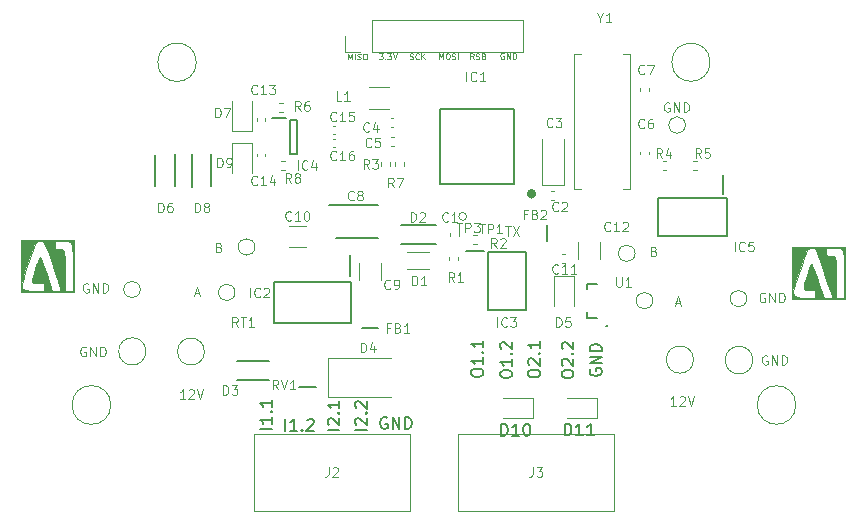
<source format=gbr>
%TF.GenerationSoftware,KiCad,Pcbnew,(5.1.10)-1*%
%TF.CreationDate,2021-11-03T13:15:42+05:30*%
%TF.ProjectId,Modbus_IO_Board,4d6f6462-7573-45f4-994f-5f426f617264,rev?*%
%TF.SameCoordinates,Original*%
%TF.FileFunction,Legend,Top*%
%TF.FilePolarity,Positive*%
%FSLAX46Y46*%
G04 Gerber Fmt 4.6, Leading zero omitted, Abs format (unit mm)*
G04 Created by KiCad (PCBNEW (5.1.10)-1) date 2021-11-03 13:15:42*
%MOMM*%
%LPD*%
G01*
G04 APERTURE LIST*
%ADD10C,0.100000*%
%ADD11C,0.150000*%
%ADD12C,0.120000*%
%ADD13C,0.200000*%
%ADD14C,0.400000*%
%ADD15C,0.010000*%
G04 APERTURE END LIST*
D10*
X201669047Y-85000000D02*
X201621428Y-84976190D01*
X201550000Y-84976190D01*
X201478571Y-85000000D01*
X201430952Y-85047619D01*
X201407142Y-85095238D01*
X201383333Y-85190476D01*
X201383333Y-85261904D01*
X201407142Y-85357142D01*
X201430952Y-85404761D01*
X201478571Y-85452380D01*
X201550000Y-85476190D01*
X201597619Y-85476190D01*
X201669047Y-85452380D01*
X201692857Y-85428571D01*
X201692857Y-85261904D01*
X201597619Y-85261904D01*
X201907142Y-85476190D02*
X201907142Y-84976190D01*
X202192857Y-85476190D01*
X202192857Y-84976190D01*
X202430952Y-85476190D02*
X202430952Y-84976190D01*
X202550000Y-84976190D01*
X202621428Y-85000000D01*
X202669047Y-85047619D01*
X202692857Y-85095238D01*
X202716666Y-85190476D01*
X202716666Y-85261904D01*
X202692857Y-85357142D01*
X202669047Y-85404761D01*
X202621428Y-85452380D01*
X202550000Y-85476190D01*
X202430952Y-85476190D01*
X199116666Y-85501190D02*
X198950000Y-85263095D01*
X198830952Y-85501190D02*
X198830952Y-85001190D01*
X199021428Y-85001190D01*
X199069047Y-85025000D01*
X199092857Y-85048809D01*
X199116666Y-85096428D01*
X199116666Y-85167857D01*
X199092857Y-85215476D01*
X199069047Y-85239285D01*
X199021428Y-85263095D01*
X198830952Y-85263095D01*
X199307142Y-85477380D02*
X199378571Y-85501190D01*
X199497619Y-85501190D01*
X199545238Y-85477380D01*
X199569047Y-85453571D01*
X199592857Y-85405952D01*
X199592857Y-85358333D01*
X199569047Y-85310714D01*
X199545238Y-85286904D01*
X199497619Y-85263095D01*
X199402380Y-85239285D01*
X199354761Y-85215476D01*
X199330952Y-85191666D01*
X199307142Y-85144047D01*
X199307142Y-85096428D01*
X199330952Y-85048809D01*
X199354761Y-85025000D01*
X199402380Y-85001190D01*
X199521428Y-85001190D01*
X199592857Y-85025000D01*
X199973809Y-85239285D02*
X200045238Y-85263095D01*
X200069047Y-85286904D01*
X200092857Y-85334523D01*
X200092857Y-85405952D01*
X200069047Y-85453571D01*
X200045238Y-85477380D01*
X199997619Y-85501190D01*
X199807142Y-85501190D01*
X199807142Y-85001190D01*
X199973809Y-85001190D01*
X200021428Y-85025000D01*
X200045238Y-85048809D01*
X200069047Y-85096428D01*
X200069047Y-85144047D01*
X200045238Y-85191666D01*
X200021428Y-85215476D01*
X199973809Y-85239285D01*
X199807142Y-85239285D01*
X196214285Y-85501190D02*
X196214285Y-85001190D01*
X196380952Y-85358333D01*
X196547619Y-85001190D01*
X196547619Y-85501190D01*
X196880952Y-85001190D02*
X196976190Y-85001190D01*
X197023809Y-85025000D01*
X197071428Y-85072619D01*
X197095238Y-85167857D01*
X197095238Y-85334523D01*
X197071428Y-85429761D01*
X197023809Y-85477380D01*
X196976190Y-85501190D01*
X196880952Y-85501190D01*
X196833333Y-85477380D01*
X196785714Y-85429761D01*
X196761904Y-85334523D01*
X196761904Y-85167857D01*
X196785714Y-85072619D01*
X196833333Y-85025000D01*
X196880952Y-85001190D01*
X197285714Y-85477380D02*
X197357142Y-85501190D01*
X197476190Y-85501190D01*
X197523809Y-85477380D01*
X197547619Y-85453571D01*
X197571428Y-85405952D01*
X197571428Y-85358333D01*
X197547619Y-85310714D01*
X197523809Y-85286904D01*
X197476190Y-85263095D01*
X197380952Y-85239285D01*
X197333333Y-85215476D01*
X197309523Y-85191666D01*
X197285714Y-85144047D01*
X197285714Y-85096428D01*
X197309523Y-85048809D01*
X197333333Y-85025000D01*
X197380952Y-85001190D01*
X197500000Y-85001190D01*
X197571428Y-85025000D01*
X197785714Y-85501190D02*
X197785714Y-85001190D01*
X193707142Y-85477380D02*
X193778571Y-85501190D01*
X193897619Y-85501190D01*
X193945238Y-85477380D01*
X193969047Y-85453571D01*
X193992857Y-85405952D01*
X193992857Y-85358333D01*
X193969047Y-85310714D01*
X193945238Y-85286904D01*
X193897619Y-85263095D01*
X193802380Y-85239285D01*
X193754761Y-85215476D01*
X193730952Y-85191666D01*
X193707142Y-85144047D01*
X193707142Y-85096428D01*
X193730952Y-85048809D01*
X193754761Y-85025000D01*
X193802380Y-85001190D01*
X193921428Y-85001190D01*
X193992857Y-85025000D01*
X194492857Y-85453571D02*
X194469047Y-85477380D01*
X194397619Y-85501190D01*
X194350000Y-85501190D01*
X194278571Y-85477380D01*
X194230952Y-85429761D01*
X194207142Y-85382142D01*
X194183333Y-85286904D01*
X194183333Y-85215476D01*
X194207142Y-85120238D01*
X194230952Y-85072619D01*
X194278571Y-85025000D01*
X194350000Y-85001190D01*
X194397619Y-85001190D01*
X194469047Y-85025000D01*
X194492857Y-85048809D01*
X194707142Y-85501190D02*
X194707142Y-85001190D01*
X194992857Y-85501190D02*
X194778571Y-85215476D01*
X194992857Y-85001190D02*
X194707142Y-85286904D01*
X191111904Y-85001190D02*
X191421428Y-85001190D01*
X191254761Y-85191666D01*
X191326190Y-85191666D01*
X191373809Y-85215476D01*
X191397619Y-85239285D01*
X191421428Y-85286904D01*
X191421428Y-85405952D01*
X191397619Y-85453571D01*
X191373809Y-85477380D01*
X191326190Y-85501190D01*
X191183333Y-85501190D01*
X191135714Y-85477380D01*
X191111904Y-85453571D01*
X191635714Y-85453571D02*
X191659523Y-85477380D01*
X191635714Y-85501190D01*
X191611904Y-85477380D01*
X191635714Y-85453571D01*
X191635714Y-85501190D01*
X191826190Y-85001190D02*
X192135714Y-85001190D01*
X191969047Y-85191666D01*
X192040476Y-85191666D01*
X192088095Y-85215476D01*
X192111904Y-85239285D01*
X192135714Y-85286904D01*
X192135714Y-85405952D01*
X192111904Y-85453571D01*
X192088095Y-85477380D01*
X192040476Y-85501190D01*
X191897619Y-85501190D01*
X191850000Y-85477380D01*
X191826190Y-85453571D01*
X192278571Y-85001190D02*
X192445238Y-85501190D01*
X192611904Y-85001190D01*
X188489285Y-85526190D02*
X188489285Y-85026190D01*
X188655952Y-85383333D01*
X188822619Y-85026190D01*
X188822619Y-85526190D01*
X189060714Y-85526190D02*
X189060714Y-85026190D01*
X189275000Y-85502380D02*
X189346428Y-85526190D01*
X189465476Y-85526190D01*
X189513095Y-85502380D01*
X189536904Y-85478571D01*
X189560714Y-85430952D01*
X189560714Y-85383333D01*
X189536904Y-85335714D01*
X189513095Y-85311904D01*
X189465476Y-85288095D01*
X189370238Y-85264285D01*
X189322619Y-85240476D01*
X189298809Y-85216666D01*
X189275000Y-85169047D01*
X189275000Y-85121428D01*
X189298809Y-85073809D01*
X189322619Y-85050000D01*
X189370238Y-85026190D01*
X189489285Y-85026190D01*
X189560714Y-85050000D01*
X189870238Y-85026190D02*
X189965476Y-85026190D01*
X190013095Y-85050000D01*
X190060714Y-85097619D01*
X190084523Y-85192857D01*
X190084523Y-85359523D01*
X190060714Y-85454761D01*
X190013095Y-85502380D01*
X189965476Y-85526190D01*
X189870238Y-85526190D01*
X189822619Y-85502380D01*
X189775000Y-85454761D01*
X189751190Y-85359523D01*
X189751190Y-85192857D01*
X189775000Y-85097619D01*
X189822619Y-85050000D01*
X189870238Y-85026190D01*
D11*
X198927380Y-112135714D02*
X198927380Y-111945238D01*
X198975000Y-111850000D01*
X199070238Y-111754761D01*
X199260714Y-111707142D01*
X199594047Y-111707142D01*
X199784523Y-111754761D01*
X199879761Y-111850000D01*
X199927380Y-111945238D01*
X199927380Y-112135714D01*
X199879761Y-112230952D01*
X199784523Y-112326190D01*
X199594047Y-112373809D01*
X199260714Y-112373809D01*
X199070238Y-112326190D01*
X198975000Y-112230952D01*
X198927380Y-112135714D01*
X199927380Y-110754761D02*
X199927380Y-111326190D01*
X199927380Y-111040476D02*
X198927380Y-111040476D01*
X199070238Y-111135714D01*
X199165476Y-111230952D01*
X199213095Y-111326190D01*
X199832142Y-110326190D02*
X199879761Y-110278571D01*
X199927380Y-110326190D01*
X199879761Y-110373809D01*
X199832142Y-110326190D01*
X199927380Y-110326190D01*
X199927380Y-109326190D02*
X199927380Y-109897619D01*
X199927380Y-109611904D02*
X198927380Y-109611904D01*
X199070238Y-109707142D01*
X199165476Y-109802380D01*
X199213095Y-109897619D01*
X201377380Y-112260714D02*
X201377380Y-112070238D01*
X201425000Y-111975000D01*
X201520238Y-111879761D01*
X201710714Y-111832142D01*
X202044047Y-111832142D01*
X202234523Y-111879761D01*
X202329761Y-111975000D01*
X202377380Y-112070238D01*
X202377380Y-112260714D01*
X202329761Y-112355952D01*
X202234523Y-112451190D01*
X202044047Y-112498809D01*
X201710714Y-112498809D01*
X201520238Y-112451190D01*
X201425000Y-112355952D01*
X201377380Y-112260714D01*
X202377380Y-110879761D02*
X202377380Y-111451190D01*
X202377380Y-111165476D02*
X201377380Y-111165476D01*
X201520238Y-111260714D01*
X201615476Y-111355952D01*
X201663095Y-111451190D01*
X202282142Y-110451190D02*
X202329761Y-110403571D01*
X202377380Y-110451190D01*
X202329761Y-110498809D01*
X202282142Y-110451190D01*
X202377380Y-110451190D01*
X201472619Y-110022619D02*
X201425000Y-109975000D01*
X201377380Y-109879761D01*
X201377380Y-109641666D01*
X201425000Y-109546428D01*
X201472619Y-109498809D01*
X201567857Y-109451190D01*
X201663095Y-109451190D01*
X201805952Y-109498809D01*
X202377380Y-110070238D01*
X202377380Y-109451190D01*
X209000000Y-111736904D02*
X208952380Y-111832142D01*
X208952380Y-111975000D01*
X209000000Y-112117857D01*
X209095238Y-112213095D01*
X209190476Y-112260714D01*
X209380952Y-112308333D01*
X209523809Y-112308333D01*
X209714285Y-112260714D01*
X209809523Y-112213095D01*
X209904761Y-112117857D01*
X209952380Y-111975000D01*
X209952380Y-111879761D01*
X209904761Y-111736904D01*
X209857142Y-111689285D01*
X209523809Y-111689285D01*
X209523809Y-111879761D01*
X209952380Y-111260714D02*
X208952380Y-111260714D01*
X209952380Y-110689285D01*
X208952380Y-110689285D01*
X209952380Y-110213095D02*
X208952380Y-110213095D01*
X208952380Y-109975000D01*
X209000000Y-109832142D01*
X209095238Y-109736904D01*
X209190476Y-109689285D01*
X209380952Y-109641666D01*
X209523809Y-109641666D01*
X209714285Y-109689285D01*
X209809523Y-109736904D01*
X209904761Y-109832142D01*
X209952380Y-109975000D01*
X209952380Y-110213095D01*
X206577380Y-112260714D02*
X206577380Y-112070238D01*
X206625000Y-111975000D01*
X206720238Y-111879761D01*
X206910714Y-111832142D01*
X207244047Y-111832142D01*
X207434523Y-111879761D01*
X207529761Y-111975000D01*
X207577380Y-112070238D01*
X207577380Y-112260714D01*
X207529761Y-112355952D01*
X207434523Y-112451190D01*
X207244047Y-112498809D01*
X206910714Y-112498809D01*
X206720238Y-112451190D01*
X206625000Y-112355952D01*
X206577380Y-112260714D01*
X206672619Y-111451190D02*
X206625000Y-111403571D01*
X206577380Y-111308333D01*
X206577380Y-111070238D01*
X206625000Y-110975000D01*
X206672619Y-110927380D01*
X206767857Y-110879761D01*
X206863095Y-110879761D01*
X207005952Y-110927380D01*
X207577380Y-111498809D01*
X207577380Y-110879761D01*
X207482142Y-110451190D02*
X207529761Y-110403571D01*
X207577380Y-110451190D01*
X207529761Y-110498809D01*
X207482142Y-110451190D01*
X207577380Y-110451190D01*
X206672619Y-110022619D02*
X206625000Y-109975000D01*
X206577380Y-109879761D01*
X206577380Y-109641666D01*
X206625000Y-109546428D01*
X206672619Y-109498809D01*
X206767857Y-109451190D01*
X206863095Y-109451190D01*
X207005952Y-109498809D01*
X207577380Y-110070238D01*
X207577380Y-109451190D01*
X203727380Y-112210714D02*
X203727380Y-112020238D01*
X203775000Y-111925000D01*
X203870238Y-111829761D01*
X204060714Y-111782142D01*
X204394047Y-111782142D01*
X204584523Y-111829761D01*
X204679761Y-111925000D01*
X204727380Y-112020238D01*
X204727380Y-112210714D01*
X204679761Y-112305952D01*
X204584523Y-112401190D01*
X204394047Y-112448809D01*
X204060714Y-112448809D01*
X203870238Y-112401190D01*
X203775000Y-112305952D01*
X203727380Y-112210714D01*
X203822619Y-111401190D02*
X203775000Y-111353571D01*
X203727380Y-111258333D01*
X203727380Y-111020238D01*
X203775000Y-110925000D01*
X203822619Y-110877380D01*
X203917857Y-110829761D01*
X204013095Y-110829761D01*
X204155952Y-110877380D01*
X204727380Y-111448809D01*
X204727380Y-110829761D01*
X204632142Y-110401190D02*
X204679761Y-110353571D01*
X204727380Y-110401190D01*
X204679761Y-110448809D01*
X204632142Y-110401190D01*
X204727380Y-110401190D01*
X204727380Y-109401190D02*
X204727380Y-109972619D01*
X204727380Y-109686904D02*
X203727380Y-109686904D01*
X203870238Y-109782142D01*
X203965476Y-109877380D01*
X204013095Y-109972619D01*
X191788095Y-115850000D02*
X191692857Y-115802380D01*
X191550000Y-115802380D01*
X191407142Y-115850000D01*
X191311904Y-115945238D01*
X191264285Y-116040476D01*
X191216666Y-116230952D01*
X191216666Y-116373809D01*
X191264285Y-116564285D01*
X191311904Y-116659523D01*
X191407142Y-116754761D01*
X191550000Y-116802380D01*
X191645238Y-116802380D01*
X191788095Y-116754761D01*
X191835714Y-116707142D01*
X191835714Y-116373809D01*
X191645238Y-116373809D01*
X192264285Y-116802380D02*
X192264285Y-115802380D01*
X192835714Y-116802380D01*
X192835714Y-115802380D01*
X193311904Y-116802380D02*
X193311904Y-115802380D01*
X193550000Y-115802380D01*
X193692857Y-115850000D01*
X193788095Y-115945238D01*
X193835714Y-116040476D01*
X193883333Y-116230952D01*
X193883333Y-116373809D01*
X193835714Y-116564285D01*
X193788095Y-116659523D01*
X193692857Y-116754761D01*
X193550000Y-116802380D01*
X193311904Y-116802380D01*
X190077380Y-116890476D02*
X189077380Y-116890476D01*
X189172619Y-116461904D02*
X189125000Y-116414285D01*
X189077380Y-116319047D01*
X189077380Y-116080952D01*
X189125000Y-115985714D01*
X189172619Y-115938095D01*
X189267857Y-115890476D01*
X189363095Y-115890476D01*
X189505952Y-115938095D01*
X190077380Y-116509523D01*
X190077380Y-115890476D01*
X189982142Y-115461904D02*
X190029761Y-115414285D01*
X190077380Y-115461904D01*
X190029761Y-115509523D01*
X189982142Y-115461904D01*
X190077380Y-115461904D01*
X189172619Y-115033333D02*
X189125000Y-114985714D01*
X189077380Y-114890476D01*
X189077380Y-114652380D01*
X189125000Y-114557142D01*
X189172619Y-114509523D01*
X189267857Y-114461904D01*
X189363095Y-114461904D01*
X189505952Y-114509523D01*
X190077380Y-115080952D01*
X190077380Y-114461904D01*
X187752380Y-116890476D02*
X186752380Y-116890476D01*
X186847619Y-116461904D02*
X186800000Y-116414285D01*
X186752380Y-116319047D01*
X186752380Y-116080952D01*
X186800000Y-115985714D01*
X186847619Y-115938095D01*
X186942857Y-115890476D01*
X187038095Y-115890476D01*
X187180952Y-115938095D01*
X187752380Y-116509523D01*
X187752380Y-115890476D01*
X187657142Y-115461904D02*
X187704761Y-115414285D01*
X187752380Y-115461904D01*
X187704761Y-115509523D01*
X187657142Y-115461904D01*
X187752380Y-115461904D01*
X187752380Y-114461904D02*
X187752380Y-115033333D01*
X187752380Y-114747619D02*
X186752380Y-114747619D01*
X186895238Y-114842857D01*
X186990476Y-114938095D01*
X187038095Y-115033333D01*
X183159523Y-116977380D02*
X183159523Y-115977380D01*
X184159523Y-116977380D02*
X183588095Y-116977380D01*
X183873809Y-116977380D02*
X183873809Y-115977380D01*
X183778571Y-116120238D01*
X183683333Y-116215476D01*
X183588095Y-116263095D01*
X184588095Y-116882142D02*
X184635714Y-116929761D01*
X184588095Y-116977380D01*
X184540476Y-116929761D01*
X184588095Y-116882142D01*
X184588095Y-116977380D01*
X185016666Y-116072619D02*
X185064285Y-116025000D01*
X185159523Y-115977380D01*
X185397619Y-115977380D01*
X185492857Y-116025000D01*
X185540476Y-116072619D01*
X185588095Y-116167857D01*
X185588095Y-116263095D01*
X185540476Y-116405952D01*
X184969047Y-116977380D01*
X185588095Y-116977380D01*
X182027380Y-116790476D02*
X181027380Y-116790476D01*
X182027380Y-115790476D02*
X182027380Y-116361904D01*
X182027380Y-116076190D02*
X181027380Y-116076190D01*
X181170238Y-116171428D01*
X181265476Y-116266666D01*
X181313095Y-116361904D01*
X181932142Y-115361904D02*
X181979761Y-115314285D01*
X182027380Y-115361904D01*
X181979761Y-115409523D01*
X181932142Y-115361904D01*
X182027380Y-115361904D01*
X182027380Y-114361904D02*
X182027380Y-114933333D01*
X182027380Y-114647619D02*
X181027380Y-114647619D01*
X181170238Y-114742857D01*
X181265476Y-114838095D01*
X181313095Y-114933333D01*
D12*
%TO.C,D11*%
X209550000Y-115900000D02*
X207000000Y-115900000D01*
X209550000Y-114200000D02*
X207000000Y-114200000D01*
X209550000Y-115900000D02*
X209550000Y-114200000D01*
%TO.C,D10*%
X204150000Y-115925000D02*
X201600000Y-115925000D01*
X204150000Y-114225000D02*
X201600000Y-114225000D01*
X204150000Y-115925000D02*
X204150000Y-114225000D01*
%TO.C,12V*%
X217739826Y-110940000D02*
G75*
G03*
X217739826Y-110940000I-1149826J0D01*
G01*
X176327585Y-110260000D02*
G75*
G03*
X176327585Y-110260000I-1137585J0D01*
G01*
%TO.C,GND*%
X171372606Y-110240000D02*
G75*
G03*
X171372606Y-110240000I-1152606J0D01*
G01*
X222760982Y-110980000D02*
G75*
G03*
X222760982Y-110980000I-1170982J0D01*
G01*
%TO.C,B*%
X180600000Y-101400000D02*
G75*
G03*
X180600000Y-101400000I-700000J0D01*
G01*
%TO.C,A*%
X178920000Y-105250000D02*
G75*
G03*
X178920000Y-105250000I-700000J0D01*
G01*
D13*
%TO.C,C8*%
X191000000Y-97830000D02*
X186875000Y-97830000D01*
X187500000Y-100630000D02*
X191000000Y-100630000D01*
%TO.C,IC5*%
X220600000Y-97295000D02*
X220600000Y-100505000D01*
X220600000Y-100505000D02*
X214760000Y-100505000D01*
X214760000Y-100505000D02*
X214760000Y-97295000D01*
X214760000Y-97295000D02*
X220600000Y-97295000D01*
X220260000Y-95350000D02*
X220260000Y-96945000D01*
D12*
%TO.C,GND*%
X217050000Y-91080000D02*
G75*
G03*
X217050000Y-91080000I-700000J0D01*
G01*
%TO.C,D4*%
X186760000Y-110810000D02*
X186760000Y-114110000D01*
X186760000Y-114110000D02*
X192160000Y-114110000D01*
X186760000Y-110810000D02*
X192160000Y-110810000D01*
D13*
%TO.C,FB1*%
X189650000Y-108260000D02*
X191050000Y-108260000D01*
D12*
%TO.C,A*%
X214290000Y-105940000D02*
G75*
G03*
X214290000Y-105940000I-700000J0D01*
G01*
D13*
%TO.C,FB2*%
X205350000Y-100930000D02*
X205350000Y-99530000D01*
%TO.C,IC3*%
X200370000Y-101840000D02*
X203570000Y-101840000D01*
X203570000Y-101840000D02*
X203570000Y-106740000D01*
X203570000Y-106740000D02*
X200370000Y-106740000D01*
X200370000Y-106740000D02*
X200370000Y-101840000D01*
X198495000Y-101710000D02*
X200020000Y-101710000D01*
D12*
%TO.C,C9*%
X189420000Y-104161252D02*
X189420000Y-102738748D01*
X191240000Y-104161252D02*
X191240000Y-102738748D01*
%TO.C,B*%
X212790000Y-101940000D02*
G75*
G03*
X212790000Y-101940000I-700000J0D01*
G01*
D13*
%TO.C,D3*%
X181830000Y-112650000D02*
X179100000Y-112650000D01*
X181800000Y-111050000D02*
X179100000Y-111050000D01*
D12*
%TO.C,C12*%
X209820000Y-101008748D02*
X209820000Y-102431252D01*
X208000000Y-101008748D02*
X208000000Y-102431252D01*
D13*
%TO.C,IC4*%
X182050000Y-90500000D02*
X183250000Y-90500000D01*
X183600000Y-93550000D02*
X183600000Y-90650000D01*
X184200000Y-93550000D02*
X183600000Y-93550000D01*
X184200000Y-90650000D02*
X184200000Y-93550000D01*
X183600000Y-90650000D02*
X184200000Y-90650000D01*
%TO.C,D8*%
X176900000Y-96250000D02*
X176900000Y-93550000D01*
X175300000Y-96322400D02*
X175300000Y-93550000D01*
D14*
%TO.C,IC1*%
X204220000Y-96890000D02*
G75*
G03*
X204220000Y-96890000I-200000J0D01*
G01*
D13*
X202570000Y-89740000D02*
X202570000Y-96040000D01*
X196270000Y-89740000D02*
X202570000Y-89740000D01*
X196270000Y-96040000D02*
X196270000Y-89740000D01*
X202570000Y-96040000D02*
X196270000Y-96040000D01*
D12*
%TO.C,R6*%
X182953641Y-89980000D02*
X182646359Y-89980000D01*
X182953641Y-89220000D02*
X182646359Y-89220000D01*
%TO.C,R5*%
X217696359Y-94100000D02*
X218003641Y-94100000D01*
X217696359Y-94860000D02*
X218003641Y-94860000D01*
%TO.C,C4*%
X192142164Y-92100000D02*
X192357836Y-92100000D01*
X192142164Y-92820000D02*
X192357836Y-92820000D01*
%TO.C,R4*%
X215136359Y-94110000D02*
X215443641Y-94110000D01*
X215136359Y-94870000D02*
X215443641Y-94870000D01*
%TO.C,C10*%
X183488748Y-99590000D02*
X184911252Y-99590000D01*
X183488748Y-101410000D02*
X184911252Y-101410000D01*
%TO.C,R2*%
X199066359Y-101190000D02*
X199373641Y-101190000D01*
X199066359Y-100430000D02*
X199373641Y-100430000D01*
%TO.C,C2*%
X205897836Y-97390000D02*
X205682164Y-97390000D01*
X205897836Y-96670000D02*
X205682164Y-96670000D01*
D13*
%TO.C,RV1*%
X185740000Y-113300000D02*
X184340000Y-113300000D01*
D12*
%TO.C,L1*%
X190294758Y-87890000D02*
X191965242Y-87890000D01*
X190294758Y-89710000D02*
X191965242Y-89710000D01*
%TO.C,R3*%
X191270000Y-94523641D02*
X191270000Y-94216359D01*
X192030000Y-94523641D02*
X192030000Y-94216359D01*
D13*
%TO.C,U1*%
X208702000Y-107400000D02*
X208702000Y-106940000D01*
X208702000Y-106940000D02*
X208750000Y-106940000D01*
X208750000Y-106940000D02*
X208750000Y-107400000D01*
X208750000Y-107400000D02*
X208702000Y-107400000D01*
X208702000Y-104940000D02*
X208702000Y-104540000D01*
X208702000Y-104540000D02*
X208702000Y-104540000D01*
X208702000Y-104540000D02*
X208702000Y-104940000D01*
X208702000Y-104940000D02*
X208702000Y-104940000D01*
X209550000Y-107400000D02*
X209550000Y-107400000D01*
X209550000Y-107400000D02*
X208750000Y-107400000D01*
X208750000Y-107400000D02*
X208750000Y-107400000D01*
X208750000Y-107400000D02*
X209550000Y-107400000D01*
X208702000Y-104540000D02*
X208702000Y-104540000D01*
X208702000Y-104540000D02*
X209550000Y-104540000D01*
X209550000Y-104540000D02*
X209550000Y-104540000D01*
X209550000Y-104540000D02*
X208702000Y-104540000D01*
X210434000Y-108110000D02*
X210434000Y-108110000D01*
X210434000Y-108110000D02*
X210434000Y-108110000D01*
X210334000Y-108110000D02*
G75*
G02*
X210434000Y-108110000I50000J0D01*
G01*
X210434000Y-108110000D02*
G75*
G02*
X210334000Y-108110000I-50000J0D01*
G01*
X210334000Y-108110000D02*
G75*
G02*
X210434000Y-108110000I50000J0D01*
G01*
D12*
%TO.C,R7*%
X193200000Y-94216359D02*
X193200000Y-94523641D01*
X192440000Y-94216359D02*
X192440000Y-94523641D01*
%TO.C,D5*%
X207590000Y-103830000D02*
X205890000Y-103830000D01*
X205890000Y-103830000D02*
X205890000Y-106380000D01*
X207590000Y-103830000D02*
X207590000Y-106380000D01*
%TO.C,R1*%
X197040000Y-102543641D02*
X197040000Y-102236359D01*
X197800000Y-102543641D02*
X197800000Y-102236359D01*
D13*
%TO.C,IC2*%
X188750000Y-104350000D02*
X188750000Y-107850000D01*
X188750000Y-107850000D02*
X182250000Y-107850000D01*
X182250000Y-107850000D02*
X182250000Y-104350000D01*
X182250000Y-104350000D02*
X188750000Y-104350000D01*
X188625000Y-102075000D02*
X188625000Y-103825000D01*
D12*
%TO.C,R8*%
X183153641Y-94880000D02*
X182846359Y-94880000D01*
X183153641Y-94120000D02*
X182846359Y-94120000D01*
%TO.C,D7*%
X178675000Y-91575000D02*
X178675000Y-89025000D01*
X180375000Y-91575000D02*
X180375000Y-89025000D01*
X178675000Y-91575000D02*
X180375000Y-91575000D01*
%TO.C,C5*%
X192327836Y-91240000D02*
X192112164Y-91240000D01*
X192327836Y-90520000D02*
X192112164Y-90520000D01*
D10*
%TO.C,Y1*%
X208230000Y-96490000D02*
X208230000Y-96490000D01*
X208230000Y-96490000D02*
X207630000Y-96490000D01*
X207630000Y-96490000D02*
X207630000Y-96490000D01*
X207630000Y-96490000D02*
X208230000Y-96490000D01*
X207630000Y-96490000D02*
X207630000Y-85090000D01*
X207630000Y-85090000D02*
X207630000Y-85090000D01*
X207630000Y-85090000D02*
X207630000Y-96490000D01*
X207630000Y-96490000D02*
X207630000Y-96490000D01*
X207630000Y-85090000D02*
X207630000Y-85090000D01*
X207630000Y-85090000D02*
X208230000Y-85090000D01*
X208230000Y-85090000D02*
X208230000Y-85090000D01*
X208230000Y-85090000D02*
X207630000Y-85090000D01*
X211730000Y-85090000D02*
X211730000Y-85090000D01*
X211730000Y-85090000D02*
X212330000Y-85090000D01*
X212330000Y-85090000D02*
X212330000Y-85090000D01*
X212330000Y-85090000D02*
X211730000Y-85090000D01*
X212330000Y-85090000D02*
X212330000Y-96490000D01*
X212330000Y-96490000D02*
X212330000Y-96490000D01*
X212330000Y-96490000D02*
X212330000Y-85090000D01*
X212330000Y-85090000D02*
X212330000Y-85090000D01*
X212330000Y-96490000D02*
X212330000Y-96490000D01*
X212330000Y-96490000D02*
X211730000Y-96490000D01*
X211730000Y-96490000D02*
X211730000Y-96490000D01*
X211730000Y-96490000D02*
X212330000Y-96490000D01*
D12*
%TO.C,C3*%
X204935000Y-92270000D02*
X204935000Y-96180000D01*
X204935000Y-96180000D02*
X206805000Y-96180000D01*
X206805000Y-96180000D02*
X206805000Y-92270000D01*
%TO.C,C13*%
X180740000Y-90707836D02*
X180740000Y-90492164D01*
X181460000Y-90707836D02*
X181460000Y-90492164D01*
%TO.C,C16*%
X187407836Y-92240000D02*
X187192164Y-92240000D01*
X187407836Y-92960000D02*
X187192164Y-92960000D01*
D10*
%TO.C,D1*%
X193520000Y-101840000D02*
X195320000Y-101840000D01*
X193520000Y-103240000D02*
X195320000Y-103240000D01*
D13*
%TO.C,D2*%
X195974000Y-101112000D02*
X192940000Y-101110000D01*
X195970000Y-99575000D02*
X192950000Y-99580000D01*
D12*
%TO.C,C1*%
X197160000Y-100447836D02*
X197160000Y-100232164D01*
X197880000Y-100447836D02*
X197880000Y-100232164D01*
%TO.C,TP3*%
X198536155Y-98820000D02*
G75*
G03*
X198536155Y-98820000I-336155J0D01*
G01*
%TO.C,C11*%
X206622164Y-102750000D02*
X206837836Y-102750000D01*
X206622164Y-102030000D02*
X206837836Y-102030000D01*
%TO.C,C15*%
X187407836Y-91140000D02*
X187192164Y-91140000D01*
X187407836Y-91860000D02*
X187192164Y-91860000D01*
D13*
%TO.C,D6*%
X173800000Y-96250000D02*
X173800000Y-93550000D01*
X172187200Y-96246200D02*
X172187200Y-93579200D01*
D12*
%TO.C,D9*%
X180350000Y-92600000D02*
X180350000Y-95150000D01*
X178650000Y-92600000D02*
X178650000Y-95150000D01*
X180350000Y-92600000D02*
X178650000Y-92600000D01*
%TO.C,C7*%
X213930000Y-87962164D02*
X213930000Y-88177836D01*
X213210000Y-87962164D02*
X213210000Y-88177836D01*
%TO.C,C14*%
X181460000Y-93492164D02*
X181460000Y-93707836D01*
X180740000Y-93492164D02*
X180740000Y-93707836D01*
%TO.C,C6*%
X213240000Y-93567836D02*
X213240000Y-93352164D01*
X213960000Y-93567836D02*
X213960000Y-93352164D01*
D15*
%TO.C,G\u002A\u002A\u002A*%
G36*
X230586000Y-105801333D02*
G01*
X226098667Y-105801333D01*
X226098667Y-105276350D01*
X226183333Y-105276350D01*
X226214681Y-105464197D01*
X226324424Y-105592366D01*
X226536107Y-105670598D01*
X226873278Y-105708633D01*
X227247714Y-105716667D01*
X228046000Y-105716667D01*
X228046000Y-105039333D01*
X227577676Y-105039333D01*
X227264592Y-105021186D01*
X227097752Y-104963694D01*
X227062963Y-104918445D01*
X227067009Y-104790763D01*
X227117577Y-104553292D01*
X227202562Y-104242644D01*
X227309859Y-103895428D01*
X227427367Y-103548255D01*
X227542979Y-103237737D01*
X227644594Y-103000482D01*
X227720106Y-102873102D01*
X227742992Y-102861558D01*
X227797699Y-102947453D01*
X227892874Y-103168384D01*
X228018340Y-103497805D01*
X228163917Y-103909168D01*
X228295764Y-104303116D01*
X228757195Y-105716667D01*
X229130322Y-105716667D01*
X229373168Y-105700219D01*
X229465858Y-105647422D01*
X229463077Y-105610833D01*
X229426365Y-105503040D01*
X229345307Y-105258137D01*
X229227763Y-104900096D01*
X229081591Y-104452892D01*
X228914649Y-103940499D01*
X228809820Y-103618016D01*
X228630461Y-103076455D01*
X228461101Y-102584927D01*
X228310670Y-102167800D01*
X228188094Y-101849441D01*
X228102301Y-101654217D01*
X228073087Y-101607183D01*
X227857237Y-101498181D01*
X227597911Y-101508011D01*
X227429793Y-101589167D01*
X227366932Y-101695348D01*
X227264603Y-101934550D01*
X227132603Y-102277785D01*
X226980733Y-102696065D01*
X226818791Y-103160404D01*
X226656576Y-103641815D01*
X226503888Y-104111310D01*
X226370526Y-104539901D01*
X226266288Y-104898603D01*
X226200975Y-105158427D01*
X226183333Y-105276350D01*
X226098667Y-105276350D01*
X226098667Y-101483333D01*
X228977333Y-101483333D01*
X228977333Y-101822000D01*
X228985790Y-102038782D01*
X229042113Y-102135111D01*
X229192732Y-102159860D01*
X229299066Y-102160666D01*
X229536120Y-102185941D01*
X229705192Y-102248168D01*
X229722400Y-102262266D01*
X229761383Y-102363852D01*
X229790350Y-102588124D01*
X229809980Y-102947011D01*
X229820957Y-103452441D01*
X229824000Y-104040266D01*
X229824000Y-105716667D01*
X230501333Y-105716667D01*
X230501333Y-103769333D01*
X230500860Y-103088663D01*
X230494336Y-102558521D01*
X230474102Y-102160109D01*
X230432500Y-101874628D01*
X230361872Y-101683281D01*
X230254558Y-101567270D01*
X230102901Y-101507797D01*
X229899242Y-101486064D01*
X229635922Y-101483272D01*
X229570000Y-101483333D01*
X228977333Y-101483333D01*
X226098667Y-101483333D01*
X226098667Y-101398667D01*
X230586000Y-101398667D01*
X230586000Y-105801333D01*
G37*
X230586000Y-105801333D02*
X226098667Y-105801333D01*
X226098667Y-105276350D01*
X226183333Y-105276350D01*
X226214681Y-105464197D01*
X226324424Y-105592366D01*
X226536107Y-105670598D01*
X226873278Y-105708633D01*
X227247714Y-105716667D01*
X228046000Y-105716667D01*
X228046000Y-105039333D01*
X227577676Y-105039333D01*
X227264592Y-105021186D01*
X227097752Y-104963694D01*
X227062963Y-104918445D01*
X227067009Y-104790763D01*
X227117577Y-104553292D01*
X227202562Y-104242644D01*
X227309859Y-103895428D01*
X227427367Y-103548255D01*
X227542979Y-103237737D01*
X227644594Y-103000482D01*
X227720106Y-102873102D01*
X227742992Y-102861558D01*
X227797699Y-102947453D01*
X227892874Y-103168384D01*
X228018340Y-103497805D01*
X228163917Y-103909168D01*
X228295764Y-104303116D01*
X228757195Y-105716667D01*
X229130322Y-105716667D01*
X229373168Y-105700219D01*
X229465858Y-105647422D01*
X229463077Y-105610833D01*
X229426365Y-105503040D01*
X229345307Y-105258137D01*
X229227763Y-104900096D01*
X229081591Y-104452892D01*
X228914649Y-103940499D01*
X228809820Y-103618016D01*
X228630461Y-103076455D01*
X228461101Y-102584927D01*
X228310670Y-102167800D01*
X228188094Y-101849441D01*
X228102301Y-101654217D01*
X228073087Y-101607183D01*
X227857237Y-101498181D01*
X227597911Y-101508011D01*
X227429793Y-101589167D01*
X227366932Y-101695348D01*
X227264603Y-101934550D01*
X227132603Y-102277785D01*
X226980733Y-102696065D01*
X226818791Y-103160404D01*
X226656576Y-103641815D01*
X226503888Y-104111310D01*
X226370526Y-104539901D01*
X226266288Y-104898603D01*
X226200975Y-105158427D01*
X226183333Y-105276350D01*
X226098667Y-105276350D01*
X226098667Y-101483333D01*
X228977333Y-101483333D01*
X228977333Y-101822000D01*
X228985790Y-102038782D01*
X229042113Y-102135111D01*
X229192732Y-102159860D01*
X229299066Y-102160666D01*
X229536120Y-102185941D01*
X229705192Y-102248168D01*
X229722400Y-102262266D01*
X229761383Y-102363852D01*
X229790350Y-102588124D01*
X229809980Y-102947011D01*
X229820957Y-103452441D01*
X229824000Y-104040266D01*
X229824000Y-105716667D01*
X230501333Y-105716667D01*
X230501333Y-103769333D01*
X230500860Y-103088663D01*
X230494336Y-102558521D01*
X230474102Y-102160109D01*
X230432500Y-101874628D01*
X230361872Y-101683281D01*
X230254558Y-101567270D01*
X230102901Y-101507797D01*
X229899242Y-101486064D01*
X229635922Y-101483272D01*
X229570000Y-101483333D01*
X228977333Y-101483333D01*
X226098667Y-101483333D01*
X226098667Y-101398667D01*
X230586000Y-101398667D01*
X230586000Y-105801333D01*
G36*
X165261000Y-105201333D02*
G01*
X160773667Y-105201333D01*
X160773667Y-104676350D01*
X160858333Y-104676350D01*
X160889681Y-104864197D01*
X160999424Y-104992366D01*
X161211107Y-105070598D01*
X161548278Y-105108633D01*
X161922714Y-105116667D01*
X162721000Y-105116667D01*
X162721000Y-104439333D01*
X162252676Y-104439333D01*
X161939592Y-104421186D01*
X161772752Y-104363694D01*
X161737963Y-104318445D01*
X161742009Y-104190763D01*
X161792577Y-103953292D01*
X161877562Y-103642644D01*
X161984859Y-103295428D01*
X162102367Y-102948255D01*
X162217979Y-102637737D01*
X162319594Y-102400482D01*
X162395106Y-102273102D01*
X162417992Y-102261558D01*
X162472699Y-102347453D01*
X162567874Y-102568384D01*
X162693340Y-102897805D01*
X162838917Y-103309168D01*
X162970764Y-103703116D01*
X163432195Y-105116667D01*
X163805322Y-105116667D01*
X164048168Y-105100219D01*
X164140858Y-105047422D01*
X164138077Y-105010833D01*
X164101365Y-104903040D01*
X164020307Y-104658137D01*
X163902763Y-104300096D01*
X163756591Y-103852892D01*
X163589649Y-103340499D01*
X163484820Y-103018016D01*
X163305461Y-102476455D01*
X163136101Y-101984927D01*
X162985670Y-101567800D01*
X162863094Y-101249441D01*
X162777301Y-101054217D01*
X162748087Y-101007183D01*
X162532237Y-100898181D01*
X162272911Y-100908011D01*
X162104793Y-100989167D01*
X162041932Y-101095348D01*
X161939603Y-101334550D01*
X161807603Y-101677785D01*
X161655733Y-102096065D01*
X161493791Y-102560404D01*
X161331576Y-103041815D01*
X161178888Y-103511310D01*
X161045526Y-103939901D01*
X160941288Y-104298603D01*
X160875975Y-104558427D01*
X160858333Y-104676350D01*
X160773667Y-104676350D01*
X160773667Y-100883333D01*
X163652333Y-100883333D01*
X163652333Y-101222000D01*
X163660790Y-101438782D01*
X163717113Y-101535111D01*
X163867732Y-101559860D01*
X163974066Y-101560666D01*
X164211120Y-101585941D01*
X164380192Y-101648168D01*
X164397400Y-101662266D01*
X164436383Y-101763852D01*
X164465350Y-101988124D01*
X164484980Y-102347011D01*
X164495957Y-102852441D01*
X164499000Y-103440266D01*
X164499000Y-105116667D01*
X165176333Y-105116667D01*
X165176333Y-103169333D01*
X165175860Y-102488663D01*
X165169336Y-101958521D01*
X165149102Y-101560109D01*
X165107500Y-101274628D01*
X165036872Y-101083281D01*
X164929558Y-100967270D01*
X164777901Y-100907797D01*
X164574242Y-100886064D01*
X164310922Y-100883272D01*
X164245000Y-100883333D01*
X163652333Y-100883333D01*
X160773667Y-100883333D01*
X160773667Y-100798667D01*
X165261000Y-100798667D01*
X165261000Y-105201333D01*
G37*
X165261000Y-105201333D02*
X160773667Y-105201333D01*
X160773667Y-104676350D01*
X160858333Y-104676350D01*
X160889681Y-104864197D01*
X160999424Y-104992366D01*
X161211107Y-105070598D01*
X161548278Y-105108633D01*
X161922714Y-105116667D01*
X162721000Y-105116667D01*
X162721000Y-104439333D01*
X162252676Y-104439333D01*
X161939592Y-104421186D01*
X161772752Y-104363694D01*
X161737963Y-104318445D01*
X161742009Y-104190763D01*
X161792577Y-103953292D01*
X161877562Y-103642644D01*
X161984859Y-103295428D01*
X162102367Y-102948255D01*
X162217979Y-102637737D01*
X162319594Y-102400482D01*
X162395106Y-102273102D01*
X162417992Y-102261558D01*
X162472699Y-102347453D01*
X162567874Y-102568384D01*
X162693340Y-102897805D01*
X162838917Y-103309168D01*
X162970764Y-103703116D01*
X163432195Y-105116667D01*
X163805322Y-105116667D01*
X164048168Y-105100219D01*
X164140858Y-105047422D01*
X164138077Y-105010833D01*
X164101365Y-104903040D01*
X164020307Y-104658137D01*
X163902763Y-104300096D01*
X163756591Y-103852892D01*
X163589649Y-103340499D01*
X163484820Y-103018016D01*
X163305461Y-102476455D01*
X163136101Y-101984927D01*
X162985670Y-101567800D01*
X162863094Y-101249441D01*
X162777301Y-101054217D01*
X162748087Y-101007183D01*
X162532237Y-100898181D01*
X162272911Y-100908011D01*
X162104793Y-100989167D01*
X162041932Y-101095348D01*
X161939603Y-101334550D01*
X161807603Y-101677785D01*
X161655733Y-102096065D01*
X161493791Y-102560404D01*
X161331576Y-103041815D01*
X161178888Y-103511310D01*
X161045526Y-103939901D01*
X160941288Y-104298603D01*
X160875975Y-104558427D01*
X160858333Y-104676350D01*
X160773667Y-104676350D01*
X160773667Y-100883333D01*
X163652333Y-100883333D01*
X163652333Y-101222000D01*
X163660790Y-101438782D01*
X163717113Y-101535111D01*
X163867732Y-101559860D01*
X163974066Y-101560666D01*
X164211120Y-101585941D01*
X164380192Y-101648168D01*
X164397400Y-101662266D01*
X164436383Y-101763852D01*
X164465350Y-101988124D01*
X164484980Y-102347011D01*
X164495957Y-102852441D01*
X164499000Y-103440266D01*
X164499000Y-105116667D01*
X165176333Y-105116667D01*
X165176333Y-103169333D01*
X165175860Y-102488663D01*
X165169336Y-101958521D01*
X165149102Y-101560109D01*
X165107500Y-101274628D01*
X165036872Y-101083281D01*
X164929558Y-100967270D01*
X164777901Y-100907797D01*
X164574242Y-100886064D01*
X164310922Y-100883272D01*
X164245000Y-100883333D01*
X163652333Y-100883333D01*
X160773667Y-100883333D01*
X160773667Y-100798667D01*
X165261000Y-100798667D01*
X165261000Y-105201333D01*
D12*
%TO.C,H1*%
X175640491Y-85760000D02*
G75*
G03*
X175640491Y-85760000I-1630491J0D01*
G01*
%TO.C,H4*%
X226400767Y-114780000D02*
G75*
G03*
X226400767Y-114780000I-1630767J0D01*
G01*
%TO.C,H3*%
X168400030Y-114780000D02*
G75*
G03*
X168400030Y-114780000I-1640030J0D01*
G01*
%TO.C,H2*%
X219140031Y-85760000D02*
G75*
G03*
X219140031Y-85760000I-1620031J0D01*
G01*
%TO.C,GND*%
X222250000Y-105770000D02*
G75*
G03*
X222250000Y-105770000I-700000J0D01*
G01*
X170900000Y-105010000D02*
G75*
G03*
X170900000Y-105010000I-700000J0D01*
G01*
D10*
%TO.C,J3*%
X210990000Y-123750000D02*
X210990000Y-117250000D01*
X197830000Y-123750000D02*
X210990000Y-123750000D01*
X197830000Y-117250000D02*
X197830000Y-123750000D01*
X210990000Y-117250000D02*
X197830000Y-117250000D01*
%TO.C,J2*%
X180540000Y-117240000D02*
X180540000Y-123740000D01*
X193700000Y-117240000D02*
X180540000Y-117240000D01*
X193700000Y-123740000D02*
X193700000Y-117240000D01*
X180540000Y-123740000D02*
X193700000Y-123740000D01*
D12*
%TO.C,J1*%
X190550000Y-84860000D02*
X190550000Y-82200000D01*
X190550000Y-84860000D02*
X203310000Y-84860000D01*
X203310000Y-84860000D02*
X203310000Y-82200000D01*
X190550000Y-82200000D02*
X203310000Y-82200000D01*
X188204000Y-84860000D02*
X188204000Y-83530000D01*
X189534000Y-84860000D02*
X188204000Y-84860000D01*
%TO.C,D11*%
D11*
X206835714Y-117352380D02*
X206835714Y-116352380D01*
X207073809Y-116352380D01*
X207216666Y-116400000D01*
X207311904Y-116495238D01*
X207359523Y-116590476D01*
X207407142Y-116780952D01*
X207407142Y-116923809D01*
X207359523Y-117114285D01*
X207311904Y-117209523D01*
X207216666Y-117304761D01*
X207073809Y-117352380D01*
X206835714Y-117352380D01*
X208359523Y-117352380D02*
X207788095Y-117352380D01*
X208073809Y-117352380D02*
X208073809Y-116352380D01*
X207978571Y-116495238D01*
X207883333Y-116590476D01*
X207788095Y-116638095D01*
X209311904Y-117352380D02*
X208740476Y-117352380D01*
X209026190Y-117352380D02*
X209026190Y-116352380D01*
X208930952Y-116495238D01*
X208835714Y-116590476D01*
X208740476Y-116638095D01*
%TO.C,D10*%
X201435714Y-117377380D02*
X201435714Y-116377380D01*
X201673809Y-116377380D01*
X201816666Y-116425000D01*
X201911904Y-116520238D01*
X201959523Y-116615476D01*
X202007142Y-116805952D01*
X202007142Y-116948809D01*
X201959523Y-117139285D01*
X201911904Y-117234523D01*
X201816666Y-117329761D01*
X201673809Y-117377380D01*
X201435714Y-117377380D01*
X202959523Y-117377380D02*
X202388095Y-117377380D01*
X202673809Y-117377380D02*
X202673809Y-116377380D01*
X202578571Y-116520238D01*
X202483333Y-116615476D01*
X202388095Y-116663095D01*
X203578571Y-116377380D02*
X203673809Y-116377380D01*
X203769047Y-116425000D01*
X203816666Y-116472619D01*
X203864285Y-116567857D01*
X203911904Y-116758333D01*
X203911904Y-116996428D01*
X203864285Y-117186904D01*
X203816666Y-117282142D01*
X203769047Y-117329761D01*
X203673809Y-117377380D01*
X203578571Y-117377380D01*
X203483333Y-117329761D01*
X203435714Y-117282142D01*
X203388095Y-117186904D01*
X203340476Y-116996428D01*
X203340476Y-116758333D01*
X203388095Y-116567857D01*
X203435714Y-116472619D01*
X203483333Y-116425000D01*
X203578571Y-116377380D01*
%TO.C,12V*%
D10*
X216254761Y-114836904D02*
X215797619Y-114836904D01*
X216026190Y-114836904D02*
X216026190Y-114036904D01*
X215950000Y-114151190D01*
X215873809Y-114227380D01*
X215797619Y-114265476D01*
X216559523Y-114113095D02*
X216597619Y-114075000D01*
X216673809Y-114036904D01*
X216864285Y-114036904D01*
X216940476Y-114075000D01*
X216978571Y-114113095D01*
X217016666Y-114189285D01*
X217016666Y-114265476D01*
X216978571Y-114379761D01*
X216521428Y-114836904D01*
X217016666Y-114836904D01*
X217245238Y-114036904D02*
X217511904Y-114836904D01*
X217778571Y-114036904D01*
X174704761Y-114261904D02*
X174247619Y-114261904D01*
X174476190Y-114261904D02*
X174476190Y-113461904D01*
X174400000Y-113576190D01*
X174323809Y-113652380D01*
X174247619Y-113690476D01*
X175009523Y-113538095D02*
X175047619Y-113500000D01*
X175123809Y-113461904D01*
X175314285Y-113461904D01*
X175390476Y-113500000D01*
X175428571Y-113538095D01*
X175466666Y-113614285D01*
X175466666Y-113690476D01*
X175428571Y-113804761D01*
X174971428Y-114261904D01*
X175466666Y-114261904D01*
X175695238Y-113461904D02*
X175961904Y-114261904D01*
X176228571Y-113461904D01*
%TO.C,GND*%
X166290476Y-109900000D02*
X166214285Y-109861904D01*
X166100000Y-109861904D01*
X165985714Y-109900000D01*
X165909523Y-109976190D01*
X165871428Y-110052380D01*
X165833333Y-110204761D01*
X165833333Y-110319047D01*
X165871428Y-110471428D01*
X165909523Y-110547619D01*
X165985714Y-110623809D01*
X166100000Y-110661904D01*
X166176190Y-110661904D01*
X166290476Y-110623809D01*
X166328571Y-110585714D01*
X166328571Y-110319047D01*
X166176190Y-110319047D01*
X166671428Y-110661904D02*
X166671428Y-109861904D01*
X167128571Y-110661904D01*
X167128571Y-109861904D01*
X167509523Y-110661904D02*
X167509523Y-109861904D01*
X167700000Y-109861904D01*
X167814285Y-109900000D01*
X167890476Y-109976190D01*
X167928571Y-110052380D01*
X167966666Y-110204761D01*
X167966666Y-110319047D01*
X167928571Y-110471428D01*
X167890476Y-110547619D01*
X167814285Y-110623809D01*
X167700000Y-110661904D01*
X167509523Y-110661904D01*
X223990476Y-110600000D02*
X223914285Y-110561904D01*
X223800000Y-110561904D01*
X223685714Y-110600000D01*
X223609523Y-110676190D01*
X223571428Y-110752380D01*
X223533333Y-110904761D01*
X223533333Y-111019047D01*
X223571428Y-111171428D01*
X223609523Y-111247619D01*
X223685714Y-111323809D01*
X223800000Y-111361904D01*
X223876190Y-111361904D01*
X223990476Y-111323809D01*
X224028571Y-111285714D01*
X224028571Y-111019047D01*
X223876190Y-111019047D01*
X224371428Y-111361904D02*
X224371428Y-110561904D01*
X224828571Y-111361904D01*
X224828571Y-110561904D01*
X225209523Y-111361904D02*
X225209523Y-110561904D01*
X225400000Y-110561904D01*
X225514285Y-110600000D01*
X225590476Y-110676190D01*
X225628571Y-110752380D01*
X225666666Y-110904761D01*
X225666666Y-111019047D01*
X225628571Y-111171428D01*
X225590476Y-111247619D01*
X225514285Y-111323809D01*
X225400000Y-111361904D01*
X225209523Y-111361904D01*
%TO.C,B*%
X177557142Y-101442857D02*
X177671428Y-101480952D01*
X177709523Y-101519047D01*
X177747619Y-101595238D01*
X177747619Y-101709523D01*
X177709523Y-101785714D01*
X177671428Y-101823809D01*
X177595238Y-101861904D01*
X177290476Y-101861904D01*
X177290476Y-101061904D01*
X177557142Y-101061904D01*
X177633333Y-101100000D01*
X177671428Y-101138095D01*
X177709523Y-101214285D01*
X177709523Y-101290476D01*
X177671428Y-101366666D01*
X177633333Y-101404761D01*
X177557142Y-101442857D01*
X177290476Y-101442857D01*
%TO.C,A*%
X175509523Y-105333333D02*
X175890476Y-105333333D01*
X175433333Y-105561904D02*
X175700000Y-104761904D01*
X175966666Y-105561904D01*
%TO.C,C8*%
X188966666Y-97385714D02*
X188928571Y-97423809D01*
X188814285Y-97461904D01*
X188738095Y-97461904D01*
X188623809Y-97423809D01*
X188547619Y-97347619D01*
X188509523Y-97271428D01*
X188471428Y-97119047D01*
X188471428Y-97004761D01*
X188509523Y-96852380D01*
X188547619Y-96776190D01*
X188623809Y-96700000D01*
X188738095Y-96661904D01*
X188814285Y-96661904D01*
X188928571Y-96700000D01*
X188966666Y-96738095D01*
X189423809Y-97004761D02*
X189347619Y-96966666D01*
X189309523Y-96928571D01*
X189271428Y-96852380D01*
X189271428Y-96814285D01*
X189309523Y-96738095D01*
X189347619Y-96700000D01*
X189423809Y-96661904D01*
X189576190Y-96661904D01*
X189652380Y-96700000D01*
X189690476Y-96738095D01*
X189728571Y-96814285D01*
X189728571Y-96852380D01*
X189690476Y-96928571D01*
X189652380Y-96966666D01*
X189576190Y-97004761D01*
X189423809Y-97004761D01*
X189347619Y-97042857D01*
X189309523Y-97080952D01*
X189271428Y-97157142D01*
X189271428Y-97309523D01*
X189309523Y-97385714D01*
X189347619Y-97423809D01*
X189423809Y-97461904D01*
X189576190Y-97461904D01*
X189652380Y-97423809D01*
X189690476Y-97385714D01*
X189728571Y-97309523D01*
X189728571Y-97157142D01*
X189690476Y-97080952D01*
X189652380Y-97042857D01*
X189576190Y-97004761D01*
%TO.C,IC5*%
X221219047Y-101761904D02*
X221219047Y-100961904D01*
X222057142Y-101685714D02*
X222019047Y-101723809D01*
X221904761Y-101761904D01*
X221828571Y-101761904D01*
X221714285Y-101723809D01*
X221638095Y-101647619D01*
X221600000Y-101571428D01*
X221561904Y-101419047D01*
X221561904Y-101304761D01*
X221600000Y-101152380D01*
X221638095Y-101076190D01*
X221714285Y-101000000D01*
X221828571Y-100961904D01*
X221904761Y-100961904D01*
X222019047Y-101000000D01*
X222057142Y-101038095D01*
X222780952Y-100961904D02*
X222400000Y-100961904D01*
X222361904Y-101342857D01*
X222400000Y-101304761D01*
X222476190Y-101266666D01*
X222666666Y-101266666D01*
X222742857Y-101304761D01*
X222780952Y-101342857D01*
X222819047Y-101419047D01*
X222819047Y-101609523D01*
X222780952Y-101685714D01*
X222742857Y-101723809D01*
X222666666Y-101761904D01*
X222476190Y-101761904D01*
X222400000Y-101723809D01*
X222361904Y-101685714D01*
%TO.C,GND*%
X215690476Y-89200000D02*
X215614285Y-89161904D01*
X215500000Y-89161904D01*
X215385714Y-89200000D01*
X215309523Y-89276190D01*
X215271428Y-89352380D01*
X215233333Y-89504761D01*
X215233333Y-89619047D01*
X215271428Y-89771428D01*
X215309523Y-89847619D01*
X215385714Y-89923809D01*
X215500000Y-89961904D01*
X215576190Y-89961904D01*
X215690476Y-89923809D01*
X215728571Y-89885714D01*
X215728571Y-89619047D01*
X215576190Y-89619047D01*
X216071428Y-89961904D02*
X216071428Y-89161904D01*
X216528571Y-89961904D01*
X216528571Y-89161904D01*
X216909523Y-89961904D02*
X216909523Y-89161904D01*
X217100000Y-89161904D01*
X217214285Y-89200000D01*
X217290476Y-89276190D01*
X217328571Y-89352380D01*
X217366666Y-89504761D01*
X217366666Y-89619047D01*
X217328571Y-89771428D01*
X217290476Y-89847619D01*
X217214285Y-89923809D01*
X217100000Y-89961904D01*
X216909523Y-89961904D01*
%TO.C,D4*%
X189569523Y-110321904D02*
X189569523Y-109521904D01*
X189760000Y-109521904D01*
X189874285Y-109560000D01*
X189950476Y-109636190D01*
X189988571Y-109712380D01*
X190026666Y-109864761D01*
X190026666Y-109979047D01*
X189988571Y-110131428D01*
X189950476Y-110207619D01*
X189874285Y-110283809D01*
X189760000Y-110321904D01*
X189569523Y-110321904D01*
X190712380Y-109788571D02*
X190712380Y-110321904D01*
X190521904Y-109483809D02*
X190331428Y-110055238D01*
X190826666Y-110055238D01*
%TO.C,FB1*%
X192033333Y-108242857D02*
X191766666Y-108242857D01*
X191766666Y-108661904D02*
X191766666Y-107861904D01*
X192147619Y-107861904D01*
X192719047Y-108242857D02*
X192833333Y-108280952D01*
X192871428Y-108319047D01*
X192909523Y-108395238D01*
X192909523Y-108509523D01*
X192871428Y-108585714D01*
X192833333Y-108623809D01*
X192757142Y-108661904D01*
X192452380Y-108661904D01*
X192452380Y-107861904D01*
X192719047Y-107861904D01*
X192795238Y-107900000D01*
X192833333Y-107938095D01*
X192871428Y-108014285D01*
X192871428Y-108090476D01*
X192833333Y-108166666D01*
X192795238Y-108204761D01*
X192719047Y-108242857D01*
X192452380Y-108242857D01*
X193671428Y-108661904D02*
X193214285Y-108661904D01*
X193442857Y-108661904D02*
X193442857Y-107861904D01*
X193366666Y-107976190D01*
X193290476Y-108052380D01*
X193214285Y-108090476D01*
%TO.C,A*%
X216209523Y-106133333D02*
X216590476Y-106133333D01*
X216133333Y-106361904D02*
X216400000Y-105561904D01*
X216666666Y-106361904D01*
%TO.C,FB2*%
X203633333Y-98642857D02*
X203366666Y-98642857D01*
X203366666Y-99061904D02*
X203366666Y-98261904D01*
X203747619Y-98261904D01*
X204319047Y-98642857D02*
X204433333Y-98680952D01*
X204471428Y-98719047D01*
X204509523Y-98795238D01*
X204509523Y-98909523D01*
X204471428Y-98985714D01*
X204433333Y-99023809D01*
X204357142Y-99061904D01*
X204052380Y-99061904D01*
X204052380Y-98261904D01*
X204319047Y-98261904D01*
X204395238Y-98300000D01*
X204433333Y-98338095D01*
X204471428Y-98414285D01*
X204471428Y-98490476D01*
X204433333Y-98566666D01*
X204395238Y-98604761D01*
X204319047Y-98642857D01*
X204052380Y-98642857D01*
X204814285Y-98338095D02*
X204852380Y-98300000D01*
X204928571Y-98261904D01*
X205119047Y-98261904D01*
X205195238Y-98300000D01*
X205233333Y-98338095D01*
X205271428Y-98414285D01*
X205271428Y-98490476D01*
X205233333Y-98604761D01*
X204776190Y-99061904D01*
X205271428Y-99061904D01*
%TO.C,IC3*%
X201119047Y-108161904D02*
X201119047Y-107361904D01*
X201957142Y-108085714D02*
X201919047Y-108123809D01*
X201804761Y-108161904D01*
X201728571Y-108161904D01*
X201614285Y-108123809D01*
X201538095Y-108047619D01*
X201500000Y-107971428D01*
X201461904Y-107819047D01*
X201461904Y-107704761D01*
X201500000Y-107552380D01*
X201538095Y-107476190D01*
X201614285Y-107400000D01*
X201728571Y-107361904D01*
X201804761Y-107361904D01*
X201919047Y-107400000D01*
X201957142Y-107438095D01*
X202223809Y-107361904D02*
X202719047Y-107361904D01*
X202452380Y-107666666D01*
X202566666Y-107666666D01*
X202642857Y-107704761D01*
X202680952Y-107742857D01*
X202719047Y-107819047D01*
X202719047Y-108009523D01*
X202680952Y-108085714D01*
X202642857Y-108123809D01*
X202566666Y-108161904D01*
X202338095Y-108161904D01*
X202261904Y-108123809D01*
X202223809Y-108085714D01*
%TO.C,C9*%
X192066666Y-104885714D02*
X192028571Y-104923809D01*
X191914285Y-104961904D01*
X191838095Y-104961904D01*
X191723809Y-104923809D01*
X191647619Y-104847619D01*
X191609523Y-104771428D01*
X191571428Y-104619047D01*
X191571428Y-104504761D01*
X191609523Y-104352380D01*
X191647619Y-104276190D01*
X191723809Y-104200000D01*
X191838095Y-104161904D01*
X191914285Y-104161904D01*
X192028571Y-104200000D01*
X192066666Y-104238095D01*
X192447619Y-104961904D02*
X192600000Y-104961904D01*
X192676190Y-104923809D01*
X192714285Y-104885714D01*
X192790476Y-104771428D01*
X192828571Y-104619047D01*
X192828571Y-104314285D01*
X192790476Y-104238095D01*
X192752380Y-104200000D01*
X192676190Y-104161904D01*
X192523809Y-104161904D01*
X192447619Y-104200000D01*
X192409523Y-104238095D01*
X192371428Y-104314285D01*
X192371428Y-104504761D01*
X192409523Y-104580952D01*
X192447619Y-104619047D01*
X192523809Y-104657142D01*
X192676190Y-104657142D01*
X192752380Y-104619047D01*
X192790476Y-104580952D01*
X192828571Y-104504761D01*
%TO.C,RT1*%
X179161904Y-108161904D02*
X178895238Y-107780952D01*
X178704761Y-108161904D02*
X178704761Y-107361904D01*
X179009523Y-107361904D01*
X179085714Y-107400000D01*
X179123809Y-107438095D01*
X179161904Y-107514285D01*
X179161904Y-107628571D01*
X179123809Y-107704761D01*
X179085714Y-107742857D01*
X179009523Y-107780952D01*
X178704761Y-107780952D01*
X179390476Y-107361904D02*
X179847619Y-107361904D01*
X179619047Y-108161904D02*
X179619047Y-107361904D01*
X180533333Y-108161904D02*
X180076190Y-108161904D01*
X180304761Y-108161904D02*
X180304761Y-107361904D01*
X180228571Y-107476190D01*
X180152380Y-107552380D01*
X180076190Y-107590476D01*
%TO.C,B*%
X214407142Y-101767857D02*
X214521428Y-101805952D01*
X214559523Y-101844047D01*
X214597619Y-101920238D01*
X214597619Y-102034523D01*
X214559523Y-102110714D01*
X214521428Y-102148809D01*
X214445238Y-102186904D01*
X214140476Y-102186904D01*
X214140476Y-101386904D01*
X214407142Y-101386904D01*
X214483333Y-101425000D01*
X214521428Y-101463095D01*
X214559523Y-101539285D01*
X214559523Y-101615476D01*
X214521428Y-101691666D01*
X214483333Y-101729761D01*
X214407142Y-101767857D01*
X214140476Y-101767857D01*
%TO.C,D3*%
X177909523Y-113911904D02*
X177909523Y-113111904D01*
X178100000Y-113111904D01*
X178214285Y-113150000D01*
X178290476Y-113226190D01*
X178328571Y-113302380D01*
X178366666Y-113454761D01*
X178366666Y-113569047D01*
X178328571Y-113721428D01*
X178290476Y-113797619D01*
X178214285Y-113873809D01*
X178100000Y-113911904D01*
X177909523Y-113911904D01*
X178633333Y-113111904D02*
X179128571Y-113111904D01*
X178861904Y-113416666D01*
X178976190Y-113416666D01*
X179052380Y-113454761D01*
X179090476Y-113492857D01*
X179128571Y-113569047D01*
X179128571Y-113759523D01*
X179090476Y-113835714D01*
X179052380Y-113873809D01*
X178976190Y-113911904D01*
X178747619Y-113911904D01*
X178671428Y-113873809D01*
X178633333Y-113835714D01*
%TO.C,TP1*%
X199590476Y-99461904D02*
X200047619Y-99461904D01*
X199819047Y-100261904D02*
X199819047Y-99461904D01*
X200314285Y-100261904D02*
X200314285Y-99461904D01*
X200619047Y-99461904D01*
X200695238Y-99500000D01*
X200733333Y-99538095D01*
X200771428Y-99614285D01*
X200771428Y-99728571D01*
X200733333Y-99804761D01*
X200695238Y-99842857D01*
X200619047Y-99880952D01*
X200314285Y-99880952D01*
X201533333Y-100261904D02*
X201076190Y-100261904D01*
X201304761Y-100261904D02*
X201304761Y-99461904D01*
X201228571Y-99576190D01*
X201152380Y-99652380D01*
X201076190Y-99690476D01*
%TO.C,C12*%
X210685714Y-99985714D02*
X210647619Y-100023809D01*
X210533333Y-100061904D01*
X210457142Y-100061904D01*
X210342857Y-100023809D01*
X210266666Y-99947619D01*
X210228571Y-99871428D01*
X210190476Y-99719047D01*
X210190476Y-99604761D01*
X210228571Y-99452380D01*
X210266666Y-99376190D01*
X210342857Y-99300000D01*
X210457142Y-99261904D01*
X210533333Y-99261904D01*
X210647619Y-99300000D01*
X210685714Y-99338095D01*
X211447619Y-100061904D02*
X210990476Y-100061904D01*
X211219047Y-100061904D02*
X211219047Y-99261904D01*
X211142857Y-99376190D01*
X211066666Y-99452380D01*
X210990476Y-99490476D01*
X211752380Y-99338095D02*
X211790476Y-99300000D01*
X211866666Y-99261904D01*
X212057142Y-99261904D01*
X212133333Y-99300000D01*
X212171428Y-99338095D01*
X212209523Y-99414285D01*
X212209523Y-99490476D01*
X212171428Y-99604761D01*
X211714285Y-100061904D01*
X212209523Y-100061904D01*
%TO.C,IC4*%
X184219047Y-94867904D02*
X184219047Y-94067904D01*
X185057142Y-94791714D02*
X185019047Y-94829809D01*
X184904761Y-94867904D01*
X184828571Y-94867904D01*
X184714285Y-94829809D01*
X184638095Y-94753619D01*
X184600000Y-94677428D01*
X184561904Y-94525047D01*
X184561904Y-94410761D01*
X184600000Y-94258380D01*
X184638095Y-94182190D01*
X184714285Y-94106000D01*
X184828571Y-94067904D01*
X184904761Y-94067904D01*
X185019047Y-94106000D01*
X185057142Y-94144095D01*
X185742857Y-94334571D02*
X185742857Y-94867904D01*
X185552380Y-94029809D02*
X185361904Y-94601238D01*
X185857142Y-94601238D01*
%TO.C,D8*%
X175509523Y-98461904D02*
X175509523Y-97661904D01*
X175700000Y-97661904D01*
X175814285Y-97700000D01*
X175890476Y-97776190D01*
X175928571Y-97852380D01*
X175966666Y-98004761D01*
X175966666Y-98119047D01*
X175928571Y-98271428D01*
X175890476Y-98347619D01*
X175814285Y-98423809D01*
X175700000Y-98461904D01*
X175509523Y-98461904D01*
X176423809Y-98004761D02*
X176347619Y-97966666D01*
X176309523Y-97928571D01*
X176271428Y-97852380D01*
X176271428Y-97814285D01*
X176309523Y-97738095D01*
X176347619Y-97700000D01*
X176423809Y-97661904D01*
X176576190Y-97661904D01*
X176652380Y-97700000D01*
X176690476Y-97738095D01*
X176728571Y-97814285D01*
X176728571Y-97852380D01*
X176690476Y-97928571D01*
X176652380Y-97966666D01*
X176576190Y-98004761D01*
X176423809Y-98004761D01*
X176347619Y-98042857D01*
X176309523Y-98080952D01*
X176271428Y-98157142D01*
X176271428Y-98309523D01*
X176309523Y-98385714D01*
X176347619Y-98423809D01*
X176423809Y-98461904D01*
X176576190Y-98461904D01*
X176652380Y-98423809D01*
X176690476Y-98385714D01*
X176728571Y-98309523D01*
X176728571Y-98157142D01*
X176690476Y-98080952D01*
X176652380Y-98042857D01*
X176576190Y-98004761D01*
%TO.C,IC1*%
X198519047Y-87361904D02*
X198519047Y-86561904D01*
X199357142Y-87285714D02*
X199319047Y-87323809D01*
X199204761Y-87361904D01*
X199128571Y-87361904D01*
X199014285Y-87323809D01*
X198938095Y-87247619D01*
X198900000Y-87171428D01*
X198861904Y-87019047D01*
X198861904Y-86904761D01*
X198900000Y-86752380D01*
X198938095Y-86676190D01*
X199014285Y-86600000D01*
X199128571Y-86561904D01*
X199204761Y-86561904D01*
X199319047Y-86600000D01*
X199357142Y-86638095D01*
X200119047Y-87361904D02*
X199661904Y-87361904D01*
X199890476Y-87361904D02*
X199890476Y-86561904D01*
X199814285Y-86676190D01*
X199738095Y-86752380D01*
X199661904Y-86790476D01*
%TO.C,R6*%
X184466666Y-89861904D02*
X184200000Y-89480952D01*
X184009523Y-89861904D02*
X184009523Y-89061904D01*
X184314285Y-89061904D01*
X184390476Y-89100000D01*
X184428571Y-89138095D01*
X184466666Y-89214285D01*
X184466666Y-89328571D01*
X184428571Y-89404761D01*
X184390476Y-89442857D01*
X184314285Y-89480952D01*
X184009523Y-89480952D01*
X185152380Y-89061904D02*
X185000000Y-89061904D01*
X184923809Y-89100000D01*
X184885714Y-89138095D01*
X184809523Y-89252380D01*
X184771428Y-89404761D01*
X184771428Y-89709523D01*
X184809523Y-89785714D01*
X184847619Y-89823809D01*
X184923809Y-89861904D01*
X185076190Y-89861904D01*
X185152380Y-89823809D01*
X185190476Y-89785714D01*
X185228571Y-89709523D01*
X185228571Y-89519047D01*
X185190476Y-89442857D01*
X185152380Y-89404761D01*
X185076190Y-89366666D01*
X184923809Y-89366666D01*
X184847619Y-89404761D01*
X184809523Y-89442857D01*
X184771428Y-89519047D01*
%TO.C,R5*%
X218366666Y-93861904D02*
X218100000Y-93480952D01*
X217909523Y-93861904D02*
X217909523Y-93061904D01*
X218214285Y-93061904D01*
X218290476Y-93100000D01*
X218328571Y-93138095D01*
X218366666Y-93214285D01*
X218366666Y-93328571D01*
X218328571Y-93404761D01*
X218290476Y-93442857D01*
X218214285Y-93480952D01*
X217909523Y-93480952D01*
X219090476Y-93061904D02*
X218709523Y-93061904D01*
X218671428Y-93442857D01*
X218709523Y-93404761D01*
X218785714Y-93366666D01*
X218976190Y-93366666D01*
X219052380Y-93404761D01*
X219090476Y-93442857D01*
X219128571Y-93519047D01*
X219128571Y-93709523D01*
X219090476Y-93785714D01*
X219052380Y-93823809D01*
X218976190Y-93861904D01*
X218785714Y-93861904D01*
X218709523Y-93823809D01*
X218671428Y-93785714D01*
%TO.C,C4*%
X190271666Y-91574714D02*
X190233571Y-91612809D01*
X190119285Y-91650904D01*
X190043095Y-91650904D01*
X189928809Y-91612809D01*
X189852619Y-91536619D01*
X189814523Y-91460428D01*
X189776428Y-91308047D01*
X189776428Y-91193761D01*
X189814523Y-91041380D01*
X189852619Y-90965190D01*
X189928809Y-90889000D01*
X190043095Y-90850904D01*
X190119285Y-90850904D01*
X190233571Y-90889000D01*
X190271666Y-90927095D01*
X190957380Y-91117571D02*
X190957380Y-91650904D01*
X190766904Y-90812809D02*
X190576428Y-91384238D01*
X191071666Y-91384238D01*
%TO.C,R4*%
X215066666Y-93861904D02*
X214800000Y-93480952D01*
X214609523Y-93861904D02*
X214609523Y-93061904D01*
X214914285Y-93061904D01*
X214990476Y-93100000D01*
X215028571Y-93138095D01*
X215066666Y-93214285D01*
X215066666Y-93328571D01*
X215028571Y-93404761D01*
X214990476Y-93442857D01*
X214914285Y-93480952D01*
X214609523Y-93480952D01*
X215752380Y-93328571D02*
X215752380Y-93861904D01*
X215561904Y-93023809D02*
X215371428Y-93595238D01*
X215866666Y-93595238D01*
%TO.C,C10*%
X183685714Y-99085714D02*
X183647619Y-99123809D01*
X183533333Y-99161904D01*
X183457142Y-99161904D01*
X183342857Y-99123809D01*
X183266666Y-99047619D01*
X183228571Y-98971428D01*
X183190476Y-98819047D01*
X183190476Y-98704761D01*
X183228571Y-98552380D01*
X183266666Y-98476190D01*
X183342857Y-98400000D01*
X183457142Y-98361904D01*
X183533333Y-98361904D01*
X183647619Y-98400000D01*
X183685714Y-98438095D01*
X184447619Y-99161904D02*
X183990476Y-99161904D01*
X184219047Y-99161904D02*
X184219047Y-98361904D01*
X184142857Y-98476190D01*
X184066666Y-98552380D01*
X183990476Y-98590476D01*
X184942857Y-98361904D02*
X185019047Y-98361904D01*
X185095238Y-98400000D01*
X185133333Y-98438095D01*
X185171428Y-98514285D01*
X185209523Y-98666666D01*
X185209523Y-98857142D01*
X185171428Y-99009523D01*
X185133333Y-99085714D01*
X185095238Y-99123809D01*
X185019047Y-99161904D01*
X184942857Y-99161904D01*
X184866666Y-99123809D01*
X184828571Y-99085714D01*
X184790476Y-99009523D01*
X184752380Y-98857142D01*
X184752380Y-98666666D01*
X184790476Y-98514285D01*
X184828571Y-98438095D01*
X184866666Y-98400000D01*
X184942857Y-98361904D01*
%TO.C,R2*%
X201066666Y-101461904D02*
X200800000Y-101080952D01*
X200609523Y-101461904D02*
X200609523Y-100661904D01*
X200914285Y-100661904D01*
X200990476Y-100700000D01*
X201028571Y-100738095D01*
X201066666Y-100814285D01*
X201066666Y-100928571D01*
X201028571Y-101004761D01*
X200990476Y-101042857D01*
X200914285Y-101080952D01*
X200609523Y-101080952D01*
X201371428Y-100738095D02*
X201409523Y-100700000D01*
X201485714Y-100661904D01*
X201676190Y-100661904D01*
X201752380Y-100700000D01*
X201790476Y-100738095D01*
X201828571Y-100814285D01*
X201828571Y-100890476D01*
X201790476Y-101004761D01*
X201333333Y-101461904D01*
X201828571Y-101461904D01*
%TO.C,C2*%
X206266666Y-98285714D02*
X206228571Y-98323809D01*
X206114285Y-98361904D01*
X206038095Y-98361904D01*
X205923809Y-98323809D01*
X205847619Y-98247619D01*
X205809523Y-98171428D01*
X205771428Y-98019047D01*
X205771428Y-97904761D01*
X205809523Y-97752380D01*
X205847619Y-97676190D01*
X205923809Y-97600000D01*
X206038095Y-97561904D01*
X206114285Y-97561904D01*
X206228571Y-97600000D01*
X206266666Y-97638095D01*
X206571428Y-97638095D02*
X206609523Y-97600000D01*
X206685714Y-97561904D01*
X206876190Y-97561904D01*
X206952380Y-97600000D01*
X206990476Y-97638095D01*
X207028571Y-97714285D01*
X207028571Y-97790476D01*
X206990476Y-97904761D01*
X206533333Y-98361904D01*
X207028571Y-98361904D01*
%TO.C,RV1*%
X182573809Y-113461904D02*
X182307142Y-113080952D01*
X182116666Y-113461904D02*
X182116666Y-112661904D01*
X182421428Y-112661904D01*
X182497619Y-112700000D01*
X182535714Y-112738095D01*
X182573809Y-112814285D01*
X182573809Y-112928571D01*
X182535714Y-113004761D01*
X182497619Y-113042857D01*
X182421428Y-113080952D01*
X182116666Y-113080952D01*
X182802380Y-112661904D02*
X183069047Y-113461904D01*
X183335714Y-112661904D01*
X184021428Y-113461904D02*
X183564285Y-113461904D01*
X183792857Y-113461904D02*
X183792857Y-112661904D01*
X183716666Y-112776190D01*
X183640476Y-112852380D01*
X183564285Y-112890476D01*
%TO.C,L1*%
X187933666Y-89021904D02*
X187552714Y-89021904D01*
X187552714Y-88221904D01*
X188619380Y-89021904D02*
X188162238Y-89021904D01*
X188390809Y-89021904D02*
X188390809Y-88221904D01*
X188314619Y-88336190D01*
X188238428Y-88412380D01*
X188162238Y-88450476D01*
%TO.C,R3*%
X190266666Y-94761904D02*
X190000000Y-94380952D01*
X189809523Y-94761904D02*
X189809523Y-93961904D01*
X190114285Y-93961904D01*
X190190476Y-94000000D01*
X190228571Y-94038095D01*
X190266666Y-94114285D01*
X190266666Y-94228571D01*
X190228571Y-94304761D01*
X190190476Y-94342857D01*
X190114285Y-94380952D01*
X189809523Y-94380952D01*
X190533333Y-93961904D02*
X191028571Y-93961904D01*
X190761904Y-94266666D01*
X190876190Y-94266666D01*
X190952380Y-94304761D01*
X190990476Y-94342857D01*
X191028571Y-94419047D01*
X191028571Y-94609523D01*
X190990476Y-94685714D01*
X190952380Y-94723809D01*
X190876190Y-94761904D01*
X190647619Y-94761904D01*
X190571428Y-94723809D01*
X190533333Y-94685714D01*
%TO.C,U1*%
X211190476Y-103961904D02*
X211190476Y-104609523D01*
X211228571Y-104685714D01*
X211266666Y-104723809D01*
X211342857Y-104761904D01*
X211495238Y-104761904D01*
X211571428Y-104723809D01*
X211609523Y-104685714D01*
X211647619Y-104609523D01*
X211647619Y-103961904D01*
X212447619Y-104761904D02*
X211990476Y-104761904D01*
X212219047Y-104761904D02*
X212219047Y-103961904D01*
X212142857Y-104076190D01*
X212066666Y-104152380D01*
X211990476Y-104190476D01*
%TO.C,R7*%
X192366666Y-96361904D02*
X192100000Y-95980952D01*
X191909523Y-96361904D02*
X191909523Y-95561904D01*
X192214285Y-95561904D01*
X192290476Y-95600000D01*
X192328571Y-95638095D01*
X192366666Y-95714285D01*
X192366666Y-95828571D01*
X192328571Y-95904761D01*
X192290476Y-95942857D01*
X192214285Y-95980952D01*
X191909523Y-95980952D01*
X192633333Y-95561904D02*
X193166666Y-95561904D01*
X192823809Y-96361904D01*
%TO.C,D5*%
X206109523Y-108161904D02*
X206109523Y-107361904D01*
X206300000Y-107361904D01*
X206414285Y-107400000D01*
X206490476Y-107476190D01*
X206528571Y-107552380D01*
X206566666Y-107704761D01*
X206566666Y-107819047D01*
X206528571Y-107971428D01*
X206490476Y-108047619D01*
X206414285Y-108123809D01*
X206300000Y-108161904D01*
X206109523Y-108161904D01*
X207290476Y-107361904D02*
X206909523Y-107361904D01*
X206871428Y-107742857D01*
X206909523Y-107704761D01*
X206985714Y-107666666D01*
X207176190Y-107666666D01*
X207252380Y-107704761D01*
X207290476Y-107742857D01*
X207328571Y-107819047D01*
X207328571Y-108009523D01*
X207290476Y-108085714D01*
X207252380Y-108123809D01*
X207176190Y-108161904D01*
X206985714Y-108161904D01*
X206909523Y-108123809D01*
X206871428Y-108085714D01*
%TO.C,R1*%
X197466666Y-104361904D02*
X197200000Y-103980952D01*
X197009523Y-104361904D02*
X197009523Y-103561904D01*
X197314285Y-103561904D01*
X197390476Y-103600000D01*
X197428571Y-103638095D01*
X197466666Y-103714285D01*
X197466666Y-103828571D01*
X197428571Y-103904761D01*
X197390476Y-103942857D01*
X197314285Y-103980952D01*
X197009523Y-103980952D01*
X198228571Y-104361904D02*
X197771428Y-104361904D01*
X198000000Y-104361904D02*
X198000000Y-103561904D01*
X197923809Y-103676190D01*
X197847619Y-103752380D01*
X197771428Y-103790476D01*
%TO.C,IC2*%
X180219047Y-105661904D02*
X180219047Y-104861904D01*
X181057142Y-105585714D02*
X181019047Y-105623809D01*
X180904761Y-105661904D01*
X180828571Y-105661904D01*
X180714285Y-105623809D01*
X180638095Y-105547619D01*
X180600000Y-105471428D01*
X180561904Y-105319047D01*
X180561904Y-105204761D01*
X180600000Y-105052380D01*
X180638095Y-104976190D01*
X180714285Y-104900000D01*
X180828571Y-104861904D01*
X180904761Y-104861904D01*
X181019047Y-104900000D01*
X181057142Y-104938095D01*
X181361904Y-104938095D02*
X181400000Y-104900000D01*
X181476190Y-104861904D01*
X181666666Y-104861904D01*
X181742857Y-104900000D01*
X181780952Y-104938095D01*
X181819047Y-105014285D01*
X181819047Y-105090476D01*
X181780952Y-105204761D01*
X181323809Y-105661904D01*
X181819047Y-105661904D01*
%TO.C,R8*%
X183666666Y-95961904D02*
X183400000Y-95580952D01*
X183209523Y-95961904D02*
X183209523Y-95161904D01*
X183514285Y-95161904D01*
X183590476Y-95200000D01*
X183628571Y-95238095D01*
X183666666Y-95314285D01*
X183666666Y-95428571D01*
X183628571Y-95504761D01*
X183590476Y-95542857D01*
X183514285Y-95580952D01*
X183209523Y-95580952D01*
X184123809Y-95504761D02*
X184047619Y-95466666D01*
X184009523Y-95428571D01*
X183971428Y-95352380D01*
X183971428Y-95314285D01*
X184009523Y-95238095D01*
X184047619Y-95200000D01*
X184123809Y-95161904D01*
X184276190Y-95161904D01*
X184352380Y-95200000D01*
X184390476Y-95238095D01*
X184428571Y-95314285D01*
X184428571Y-95352380D01*
X184390476Y-95428571D01*
X184352380Y-95466666D01*
X184276190Y-95504761D01*
X184123809Y-95504761D01*
X184047619Y-95542857D01*
X184009523Y-95580952D01*
X183971428Y-95657142D01*
X183971428Y-95809523D01*
X184009523Y-95885714D01*
X184047619Y-95923809D01*
X184123809Y-95961904D01*
X184276190Y-95961904D01*
X184352380Y-95923809D01*
X184390476Y-95885714D01*
X184428571Y-95809523D01*
X184428571Y-95657142D01*
X184390476Y-95580952D01*
X184352380Y-95542857D01*
X184276190Y-95504761D01*
%TO.C,D7*%
X177234523Y-90436904D02*
X177234523Y-89636904D01*
X177425000Y-89636904D01*
X177539285Y-89675000D01*
X177615476Y-89751190D01*
X177653571Y-89827380D01*
X177691666Y-89979761D01*
X177691666Y-90094047D01*
X177653571Y-90246428D01*
X177615476Y-90322619D01*
X177539285Y-90398809D01*
X177425000Y-90436904D01*
X177234523Y-90436904D01*
X177958333Y-89636904D02*
X178491666Y-89636904D01*
X178148809Y-90436904D01*
%TO.C,C5*%
X190466666Y-92885714D02*
X190428571Y-92923809D01*
X190314285Y-92961904D01*
X190238095Y-92961904D01*
X190123809Y-92923809D01*
X190047619Y-92847619D01*
X190009523Y-92771428D01*
X189971428Y-92619047D01*
X189971428Y-92504761D01*
X190009523Y-92352380D01*
X190047619Y-92276190D01*
X190123809Y-92200000D01*
X190238095Y-92161904D01*
X190314285Y-92161904D01*
X190428571Y-92200000D01*
X190466666Y-92238095D01*
X191190476Y-92161904D02*
X190809523Y-92161904D01*
X190771428Y-92542857D01*
X190809523Y-92504761D01*
X190885714Y-92466666D01*
X191076190Y-92466666D01*
X191152380Y-92504761D01*
X191190476Y-92542857D01*
X191228571Y-92619047D01*
X191228571Y-92809523D01*
X191190476Y-92885714D01*
X191152380Y-92923809D01*
X191076190Y-92961904D01*
X190885714Y-92961904D01*
X190809523Y-92923809D01*
X190771428Y-92885714D01*
%TO.C,Y1*%
X209819047Y-81980952D02*
X209819047Y-82361904D01*
X209552380Y-81561904D02*
X209819047Y-81980952D01*
X210085714Y-81561904D01*
X210771428Y-82361904D02*
X210314285Y-82361904D01*
X210542857Y-82361904D02*
X210542857Y-81561904D01*
X210466666Y-81676190D01*
X210390476Y-81752380D01*
X210314285Y-81790476D01*
%TO.C,TP2*%
X201790476Y-99661904D02*
X202247619Y-99661904D01*
X202019047Y-100461904D02*
X202019047Y-99661904D01*
X202438095Y-99661904D02*
X202971428Y-100461904D01*
X202971428Y-99661904D02*
X202438095Y-100461904D01*
%TO.C,C3*%
X205796666Y-91185714D02*
X205758571Y-91223809D01*
X205644285Y-91261904D01*
X205568095Y-91261904D01*
X205453809Y-91223809D01*
X205377619Y-91147619D01*
X205339523Y-91071428D01*
X205301428Y-90919047D01*
X205301428Y-90804761D01*
X205339523Y-90652380D01*
X205377619Y-90576190D01*
X205453809Y-90500000D01*
X205568095Y-90461904D01*
X205644285Y-90461904D01*
X205758571Y-90500000D01*
X205796666Y-90538095D01*
X206063333Y-90461904D02*
X206558571Y-90461904D01*
X206291904Y-90766666D01*
X206406190Y-90766666D01*
X206482380Y-90804761D01*
X206520476Y-90842857D01*
X206558571Y-90919047D01*
X206558571Y-91109523D01*
X206520476Y-91185714D01*
X206482380Y-91223809D01*
X206406190Y-91261904D01*
X206177619Y-91261904D01*
X206101428Y-91223809D01*
X206063333Y-91185714D01*
%TO.C,C13*%
X180785714Y-88385714D02*
X180747619Y-88423809D01*
X180633333Y-88461904D01*
X180557142Y-88461904D01*
X180442857Y-88423809D01*
X180366666Y-88347619D01*
X180328571Y-88271428D01*
X180290476Y-88119047D01*
X180290476Y-88004761D01*
X180328571Y-87852380D01*
X180366666Y-87776190D01*
X180442857Y-87700000D01*
X180557142Y-87661904D01*
X180633333Y-87661904D01*
X180747619Y-87700000D01*
X180785714Y-87738095D01*
X181547619Y-88461904D02*
X181090476Y-88461904D01*
X181319047Y-88461904D02*
X181319047Y-87661904D01*
X181242857Y-87776190D01*
X181166666Y-87852380D01*
X181090476Y-87890476D01*
X181814285Y-87661904D02*
X182309523Y-87661904D01*
X182042857Y-87966666D01*
X182157142Y-87966666D01*
X182233333Y-88004761D01*
X182271428Y-88042857D01*
X182309523Y-88119047D01*
X182309523Y-88309523D01*
X182271428Y-88385714D01*
X182233333Y-88423809D01*
X182157142Y-88461904D01*
X181928571Y-88461904D01*
X181852380Y-88423809D01*
X181814285Y-88385714D01*
%TO.C,C16*%
X187485714Y-93985714D02*
X187447619Y-94023809D01*
X187333333Y-94061904D01*
X187257142Y-94061904D01*
X187142857Y-94023809D01*
X187066666Y-93947619D01*
X187028571Y-93871428D01*
X186990476Y-93719047D01*
X186990476Y-93604761D01*
X187028571Y-93452380D01*
X187066666Y-93376190D01*
X187142857Y-93300000D01*
X187257142Y-93261904D01*
X187333333Y-93261904D01*
X187447619Y-93300000D01*
X187485714Y-93338095D01*
X188247619Y-94061904D02*
X187790476Y-94061904D01*
X188019047Y-94061904D02*
X188019047Y-93261904D01*
X187942857Y-93376190D01*
X187866666Y-93452380D01*
X187790476Y-93490476D01*
X188933333Y-93261904D02*
X188780952Y-93261904D01*
X188704761Y-93300000D01*
X188666666Y-93338095D01*
X188590476Y-93452380D01*
X188552380Y-93604761D01*
X188552380Y-93909523D01*
X188590476Y-93985714D01*
X188628571Y-94023809D01*
X188704761Y-94061904D01*
X188857142Y-94061904D01*
X188933333Y-94023809D01*
X188971428Y-93985714D01*
X189009523Y-93909523D01*
X189009523Y-93719047D01*
X188971428Y-93642857D01*
X188933333Y-93604761D01*
X188857142Y-93566666D01*
X188704761Y-93566666D01*
X188628571Y-93604761D01*
X188590476Y-93642857D01*
X188552380Y-93719047D01*
%TO.C,D1*%
X193909523Y-104661904D02*
X193909523Y-103861904D01*
X194100000Y-103861904D01*
X194214285Y-103900000D01*
X194290476Y-103976190D01*
X194328571Y-104052380D01*
X194366666Y-104204761D01*
X194366666Y-104319047D01*
X194328571Y-104471428D01*
X194290476Y-104547619D01*
X194214285Y-104623809D01*
X194100000Y-104661904D01*
X193909523Y-104661904D01*
X195128571Y-104661904D02*
X194671428Y-104661904D01*
X194900000Y-104661904D02*
X194900000Y-103861904D01*
X194823809Y-103976190D01*
X194747619Y-104052380D01*
X194671428Y-104090476D01*
%TO.C,D2*%
X193809523Y-99261904D02*
X193809523Y-98461904D01*
X194000000Y-98461904D01*
X194114285Y-98500000D01*
X194190476Y-98576190D01*
X194228571Y-98652380D01*
X194266666Y-98804761D01*
X194266666Y-98919047D01*
X194228571Y-99071428D01*
X194190476Y-99147619D01*
X194114285Y-99223809D01*
X194000000Y-99261904D01*
X193809523Y-99261904D01*
X194571428Y-98538095D02*
X194609523Y-98500000D01*
X194685714Y-98461904D01*
X194876190Y-98461904D01*
X194952380Y-98500000D01*
X194990476Y-98538095D01*
X195028571Y-98614285D01*
X195028571Y-98690476D01*
X194990476Y-98804761D01*
X194533333Y-99261904D01*
X195028571Y-99261904D01*
%TO.C,C1*%
X196966666Y-99185714D02*
X196928571Y-99223809D01*
X196814285Y-99261904D01*
X196738095Y-99261904D01*
X196623809Y-99223809D01*
X196547619Y-99147619D01*
X196509523Y-99071428D01*
X196471428Y-98919047D01*
X196471428Y-98804761D01*
X196509523Y-98652380D01*
X196547619Y-98576190D01*
X196623809Y-98500000D01*
X196738095Y-98461904D01*
X196814285Y-98461904D01*
X196928571Y-98500000D01*
X196966666Y-98538095D01*
X197728571Y-99261904D02*
X197271428Y-99261904D01*
X197500000Y-99261904D02*
X197500000Y-98461904D01*
X197423809Y-98576190D01*
X197347619Y-98652380D01*
X197271428Y-98690476D01*
%TO.C,TP3*%
X197690476Y-99361904D02*
X198147619Y-99361904D01*
X197919047Y-100161904D02*
X197919047Y-99361904D01*
X198414285Y-100161904D02*
X198414285Y-99361904D01*
X198719047Y-99361904D01*
X198795238Y-99400000D01*
X198833333Y-99438095D01*
X198871428Y-99514285D01*
X198871428Y-99628571D01*
X198833333Y-99704761D01*
X198795238Y-99742857D01*
X198719047Y-99780952D01*
X198414285Y-99780952D01*
X199138095Y-99361904D02*
X199633333Y-99361904D01*
X199366666Y-99666666D01*
X199480952Y-99666666D01*
X199557142Y-99704761D01*
X199595238Y-99742857D01*
X199633333Y-99819047D01*
X199633333Y-100009523D01*
X199595238Y-100085714D01*
X199557142Y-100123809D01*
X199480952Y-100161904D01*
X199252380Y-100161904D01*
X199176190Y-100123809D01*
X199138095Y-100085714D01*
%TO.C,C11*%
X206285714Y-103585714D02*
X206247619Y-103623809D01*
X206133333Y-103661904D01*
X206057142Y-103661904D01*
X205942857Y-103623809D01*
X205866666Y-103547619D01*
X205828571Y-103471428D01*
X205790476Y-103319047D01*
X205790476Y-103204761D01*
X205828571Y-103052380D01*
X205866666Y-102976190D01*
X205942857Y-102900000D01*
X206057142Y-102861904D01*
X206133333Y-102861904D01*
X206247619Y-102900000D01*
X206285714Y-102938095D01*
X207047619Y-103661904D02*
X206590476Y-103661904D01*
X206819047Y-103661904D02*
X206819047Y-102861904D01*
X206742857Y-102976190D01*
X206666666Y-103052380D01*
X206590476Y-103090476D01*
X207809523Y-103661904D02*
X207352380Y-103661904D01*
X207580952Y-103661904D02*
X207580952Y-102861904D01*
X207504761Y-102976190D01*
X207428571Y-103052380D01*
X207352380Y-103090476D01*
%TO.C,C15*%
X187485714Y-90685714D02*
X187447619Y-90723809D01*
X187333333Y-90761904D01*
X187257142Y-90761904D01*
X187142857Y-90723809D01*
X187066666Y-90647619D01*
X187028571Y-90571428D01*
X186990476Y-90419047D01*
X186990476Y-90304761D01*
X187028571Y-90152380D01*
X187066666Y-90076190D01*
X187142857Y-90000000D01*
X187257142Y-89961904D01*
X187333333Y-89961904D01*
X187447619Y-90000000D01*
X187485714Y-90038095D01*
X188247619Y-90761904D02*
X187790476Y-90761904D01*
X188019047Y-90761904D02*
X188019047Y-89961904D01*
X187942857Y-90076190D01*
X187866666Y-90152380D01*
X187790476Y-90190476D01*
X188971428Y-89961904D02*
X188590476Y-89961904D01*
X188552380Y-90342857D01*
X188590476Y-90304761D01*
X188666666Y-90266666D01*
X188857142Y-90266666D01*
X188933333Y-90304761D01*
X188971428Y-90342857D01*
X189009523Y-90419047D01*
X189009523Y-90609523D01*
X188971428Y-90685714D01*
X188933333Y-90723809D01*
X188857142Y-90761904D01*
X188666666Y-90761904D01*
X188590476Y-90723809D01*
X188552380Y-90685714D01*
%TO.C,D6*%
X172409523Y-98461904D02*
X172409523Y-97661904D01*
X172600000Y-97661904D01*
X172714285Y-97700000D01*
X172790476Y-97776190D01*
X172828571Y-97852380D01*
X172866666Y-98004761D01*
X172866666Y-98119047D01*
X172828571Y-98271428D01*
X172790476Y-98347619D01*
X172714285Y-98423809D01*
X172600000Y-98461904D01*
X172409523Y-98461904D01*
X173552380Y-97661904D02*
X173400000Y-97661904D01*
X173323809Y-97700000D01*
X173285714Y-97738095D01*
X173209523Y-97852380D01*
X173171428Y-98004761D01*
X173171428Y-98309523D01*
X173209523Y-98385714D01*
X173247619Y-98423809D01*
X173323809Y-98461904D01*
X173476190Y-98461904D01*
X173552380Y-98423809D01*
X173590476Y-98385714D01*
X173628571Y-98309523D01*
X173628571Y-98119047D01*
X173590476Y-98042857D01*
X173552380Y-98004761D01*
X173476190Y-97966666D01*
X173323809Y-97966666D01*
X173247619Y-98004761D01*
X173209523Y-98042857D01*
X173171428Y-98119047D01*
%TO.C,D9*%
X177409523Y-94661904D02*
X177409523Y-93861904D01*
X177600000Y-93861904D01*
X177714285Y-93900000D01*
X177790476Y-93976190D01*
X177828571Y-94052380D01*
X177866666Y-94204761D01*
X177866666Y-94319047D01*
X177828571Y-94471428D01*
X177790476Y-94547619D01*
X177714285Y-94623809D01*
X177600000Y-94661904D01*
X177409523Y-94661904D01*
X178247619Y-94661904D02*
X178400000Y-94661904D01*
X178476190Y-94623809D01*
X178514285Y-94585714D01*
X178590476Y-94471428D01*
X178628571Y-94319047D01*
X178628571Y-94014285D01*
X178590476Y-93938095D01*
X178552380Y-93900000D01*
X178476190Y-93861904D01*
X178323809Y-93861904D01*
X178247619Y-93900000D01*
X178209523Y-93938095D01*
X178171428Y-94014285D01*
X178171428Y-94204761D01*
X178209523Y-94280952D01*
X178247619Y-94319047D01*
X178323809Y-94357142D01*
X178476190Y-94357142D01*
X178552380Y-94319047D01*
X178590476Y-94280952D01*
X178628571Y-94204761D01*
%TO.C,C7*%
X213566666Y-86685714D02*
X213528571Y-86723809D01*
X213414285Y-86761904D01*
X213338095Y-86761904D01*
X213223809Y-86723809D01*
X213147619Y-86647619D01*
X213109523Y-86571428D01*
X213071428Y-86419047D01*
X213071428Y-86304761D01*
X213109523Y-86152380D01*
X213147619Y-86076190D01*
X213223809Y-86000000D01*
X213338095Y-85961904D01*
X213414285Y-85961904D01*
X213528571Y-86000000D01*
X213566666Y-86038095D01*
X213833333Y-85961904D02*
X214366666Y-85961904D01*
X214023809Y-86761904D01*
%TO.C,C14*%
X180785714Y-96085714D02*
X180747619Y-96123809D01*
X180633333Y-96161904D01*
X180557142Y-96161904D01*
X180442857Y-96123809D01*
X180366666Y-96047619D01*
X180328571Y-95971428D01*
X180290476Y-95819047D01*
X180290476Y-95704761D01*
X180328571Y-95552380D01*
X180366666Y-95476190D01*
X180442857Y-95400000D01*
X180557142Y-95361904D01*
X180633333Y-95361904D01*
X180747619Y-95400000D01*
X180785714Y-95438095D01*
X181547619Y-96161904D02*
X181090476Y-96161904D01*
X181319047Y-96161904D02*
X181319047Y-95361904D01*
X181242857Y-95476190D01*
X181166666Y-95552380D01*
X181090476Y-95590476D01*
X182233333Y-95628571D02*
X182233333Y-96161904D01*
X182042857Y-95323809D02*
X181852380Y-95895238D01*
X182347619Y-95895238D01*
%TO.C,C6*%
X213566666Y-91285714D02*
X213528571Y-91323809D01*
X213414285Y-91361904D01*
X213338095Y-91361904D01*
X213223809Y-91323809D01*
X213147619Y-91247619D01*
X213109523Y-91171428D01*
X213071428Y-91019047D01*
X213071428Y-90904761D01*
X213109523Y-90752380D01*
X213147619Y-90676190D01*
X213223809Y-90600000D01*
X213338095Y-90561904D01*
X213414285Y-90561904D01*
X213528571Y-90600000D01*
X213566666Y-90638095D01*
X214252380Y-90561904D02*
X214100000Y-90561904D01*
X214023809Y-90600000D01*
X213985714Y-90638095D01*
X213909523Y-90752380D01*
X213871428Y-90904761D01*
X213871428Y-91209523D01*
X213909523Y-91285714D01*
X213947619Y-91323809D01*
X214023809Y-91361904D01*
X214176190Y-91361904D01*
X214252380Y-91323809D01*
X214290476Y-91285714D01*
X214328571Y-91209523D01*
X214328571Y-91019047D01*
X214290476Y-90942857D01*
X214252380Y-90904761D01*
X214176190Y-90866666D01*
X214023809Y-90866666D01*
X213947619Y-90904761D01*
X213909523Y-90942857D01*
X213871428Y-91019047D01*
%TO.C,GND*%
X223790476Y-105300000D02*
X223714285Y-105261904D01*
X223600000Y-105261904D01*
X223485714Y-105300000D01*
X223409523Y-105376190D01*
X223371428Y-105452380D01*
X223333333Y-105604761D01*
X223333333Y-105719047D01*
X223371428Y-105871428D01*
X223409523Y-105947619D01*
X223485714Y-106023809D01*
X223600000Y-106061904D01*
X223676190Y-106061904D01*
X223790476Y-106023809D01*
X223828571Y-105985714D01*
X223828571Y-105719047D01*
X223676190Y-105719047D01*
X224171428Y-106061904D02*
X224171428Y-105261904D01*
X224628571Y-106061904D01*
X224628571Y-105261904D01*
X225009523Y-106061904D02*
X225009523Y-105261904D01*
X225200000Y-105261904D01*
X225314285Y-105300000D01*
X225390476Y-105376190D01*
X225428571Y-105452380D01*
X225466666Y-105604761D01*
X225466666Y-105719047D01*
X225428571Y-105871428D01*
X225390476Y-105947619D01*
X225314285Y-106023809D01*
X225200000Y-106061904D01*
X225009523Y-106061904D01*
X166490476Y-104500000D02*
X166414285Y-104461904D01*
X166300000Y-104461904D01*
X166185714Y-104500000D01*
X166109523Y-104576190D01*
X166071428Y-104652380D01*
X166033333Y-104804761D01*
X166033333Y-104919047D01*
X166071428Y-105071428D01*
X166109523Y-105147619D01*
X166185714Y-105223809D01*
X166300000Y-105261904D01*
X166376190Y-105261904D01*
X166490476Y-105223809D01*
X166528571Y-105185714D01*
X166528571Y-104919047D01*
X166376190Y-104919047D01*
X166871428Y-105261904D02*
X166871428Y-104461904D01*
X167328571Y-105261904D01*
X167328571Y-104461904D01*
X167709523Y-105261904D02*
X167709523Y-104461904D01*
X167900000Y-104461904D01*
X168014285Y-104500000D01*
X168090476Y-104576190D01*
X168128571Y-104652380D01*
X168166666Y-104804761D01*
X168166666Y-104919047D01*
X168128571Y-105071428D01*
X168090476Y-105147619D01*
X168014285Y-105223809D01*
X167900000Y-105261904D01*
X167709523Y-105261904D01*
%TO.C,J3*%
X204143333Y-120061904D02*
X204143333Y-120633333D01*
X204105238Y-120747619D01*
X204029047Y-120823809D01*
X203914761Y-120861904D01*
X203838571Y-120861904D01*
X204448095Y-120061904D02*
X204943333Y-120061904D01*
X204676666Y-120366666D01*
X204790952Y-120366666D01*
X204867142Y-120404761D01*
X204905238Y-120442857D01*
X204943333Y-120519047D01*
X204943333Y-120709523D01*
X204905238Y-120785714D01*
X204867142Y-120823809D01*
X204790952Y-120861904D01*
X204562380Y-120861904D01*
X204486190Y-120823809D01*
X204448095Y-120785714D01*
%TO.C,J2*%
X186853333Y-120051904D02*
X186853333Y-120623333D01*
X186815238Y-120737619D01*
X186739047Y-120813809D01*
X186624761Y-120851904D01*
X186548571Y-120851904D01*
X187196190Y-120128095D02*
X187234285Y-120090000D01*
X187310476Y-120051904D01*
X187500952Y-120051904D01*
X187577142Y-120090000D01*
X187615238Y-120128095D01*
X187653333Y-120204285D01*
X187653333Y-120280476D01*
X187615238Y-120394761D01*
X187158095Y-120851904D01*
X187653333Y-120851904D01*
%TD*%
M02*

</source>
